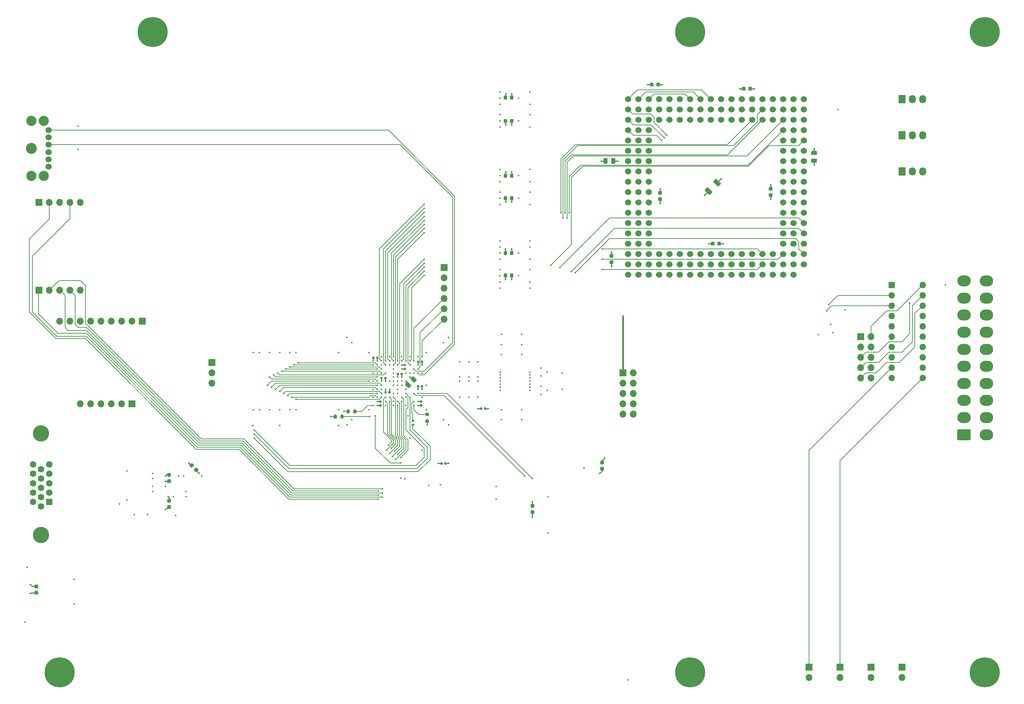
<source format=gbl>
G04 #@! TF.GenerationSoftware,KiCad,Pcbnew,5.1.9*
G04 #@! TF.CreationDate,2020-12-27T07:37:23+01:00*
G04 #@! TF.ProjectId,atx040-main-pcb,61747830-3430-42d6-9d61-696e2d706362,rev?*
G04 #@! TF.SameCoordinates,Original*
G04 #@! TF.FileFunction,Copper,L4,Bot*
G04 #@! TF.FilePolarity,Positive*
%FSLAX46Y46*%
G04 Gerber Fmt 4.6, Leading zero omitted, Abs format (unit mm)*
G04 Created by KiCad (PCBNEW 5.1.9) date 2020-12-27 07:37:23*
%MOMM*%
%LPD*%
G01*
G04 APERTURE LIST*
G04 #@! TA.AperFunction,ComponentPad*
%ADD10O,1.700000X1.700000*%
G04 #@! TD*
G04 #@! TA.AperFunction,ComponentPad*
%ADD11R,1.700000X1.700000*%
G04 #@! TD*
G04 #@! TA.AperFunction,ComponentPad*
%ADD12O,1.730000X2.030000*%
G04 #@! TD*
G04 #@! TA.AperFunction,ComponentPad*
%ADD13R,1.730000X2.030000*%
G04 #@! TD*
G04 #@! TA.AperFunction,ComponentPad*
%ADD14C,2.700000*%
G04 #@! TD*
G04 #@! TA.AperFunction,ComponentPad*
%ADD15C,2.500000*%
G04 #@! TD*
G04 #@! TA.AperFunction,ComponentPad*
%ADD16C,1.524000*%
G04 #@! TD*
G04 #@! TA.AperFunction,ComponentPad*
%ADD17O,1.600000X1.600000*%
G04 #@! TD*
G04 #@! TA.AperFunction,ComponentPad*
%ADD18R,1.600000X1.600000*%
G04 #@! TD*
G04 #@! TA.AperFunction,ComponentPad*
%ADD19C,4.000000*%
G04 #@! TD*
G04 #@! TA.AperFunction,ComponentPad*
%ADD20C,1.600000*%
G04 #@! TD*
G04 #@! TA.AperFunction,ComponentPad*
%ADD21O,3.300000X2.700000*%
G04 #@! TD*
G04 #@! TA.AperFunction,ComponentPad*
%ADD22C,0.800000*%
G04 #@! TD*
G04 #@! TA.AperFunction,ComponentPad*
%ADD23C,7.400000*%
G04 #@! TD*
G04 #@! TA.AperFunction,ViaPad*
%ADD24C,0.450000*%
G04 #@! TD*
G04 #@! TA.AperFunction,Conductor*
%ADD25C,0.254000*%
G04 #@! TD*
G04 #@! TA.AperFunction,Conductor*
%ADD26C,0.400000*%
G04 #@! TD*
G04 #@! TA.AperFunction,Conductor*
%ADD27C,0.127000*%
G04 #@! TD*
G04 #@! TA.AperFunction,Conductor*
%ADD28C,0.146800*%
G04 #@! TD*
G04 APERTURE END LIST*
D10*
X241300000Y-123190000D03*
X238760000Y-123190000D03*
X241300000Y-120650000D03*
X238760000Y-120650000D03*
X241300000Y-118110000D03*
X238760000Y-118110000D03*
X241300000Y-115570000D03*
X238760000Y-115570000D03*
X241300000Y-113030000D03*
D11*
X238760000Y-113030000D03*
D10*
X241300000Y-196850000D03*
D11*
X241300000Y-194310000D03*
D10*
X233680000Y-196850000D03*
D11*
X233680000Y-194310000D03*
D10*
X248920000Y-196850000D03*
D11*
X248920000Y-194310000D03*
D10*
X226060000Y-196850000D03*
D11*
X226060000Y-194310000D03*
G04 #@! TA.AperFunction,SMDPad,CuDef*
G36*
G01*
X175510000Y-144455000D02*
X175010000Y-144455000D01*
G75*
G02*
X174785000Y-144230000I0J225000D01*
G01*
X174785000Y-143780000D01*
G75*
G02*
X175010000Y-143555000I225000J0D01*
G01*
X175510000Y-143555000D01*
G75*
G02*
X175735000Y-143780000I0J-225000D01*
G01*
X175735000Y-144230000D01*
G75*
G02*
X175510000Y-144455000I-225000J0D01*
G01*
G37*
G04 #@! TD.AperFunction*
G04 #@! TA.AperFunction,SMDPad,CuDef*
G36*
G01*
X175510000Y-146005000D02*
X175010000Y-146005000D01*
G75*
G02*
X174785000Y-145780000I0J225000D01*
G01*
X174785000Y-145330000D01*
G75*
G02*
X175010000Y-145105000I225000J0D01*
G01*
X175510000Y-145105000D01*
G75*
G02*
X175735000Y-145330000I0J-225000D01*
G01*
X175735000Y-145780000D01*
G75*
G02*
X175510000Y-146005000I-225000J0D01*
G01*
G37*
G04 #@! TD.AperFunction*
G04 #@! TA.AperFunction,SMDPad,CuDef*
G36*
G01*
X158365000Y-155110000D02*
X157865000Y-155110000D01*
G75*
G02*
X157640000Y-154885000I0J225000D01*
G01*
X157640000Y-154435000D01*
G75*
G02*
X157865000Y-154210000I225000J0D01*
G01*
X158365000Y-154210000D01*
G75*
G02*
X158590000Y-154435000I0J-225000D01*
G01*
X158590000Y-154885000D01*
G75*
G02*
X158365000Y-155110000I-225000J0D01*
G01*
G37*
G04 #@! TD.AperFunction*
G04 #@! TA.AperFunction,SMDPad,CuDef*
G36*
G01*
X158365000Y-156660000D02*
X157865000Y-156660000D01*
G75*
G02*
X157640000Y-156435000I0J225000D01*
G01*
X157640000Y-155985000D01*
G75*
G02*
X157865000Y-155760000I225000J0D01*
G01*
X158365000Y-155760000D01*
G75*
G02*
X158590000Y-155985000I0J-225000D01*
G01*
X158590000Y-156435000D01*
G75*
G02*
X158365000Y-156660000I-225000J0D01*
G01*
G37*
G04 #@! TD.AperFunction*
G04 #@! TA.AperFunction,SMDPad,CuDef*
G36*
G01*
X36445000Y-174935000D02*
X35945000Y-174935000D01*
G75*
G02*
X35720000Y-174710000I0J225000D01*
G01*
X35720000Y-174260000D01*
G75*
G02*
X35945000Y-174035000I225000J0D01*
G01*
X36445000Y-174035000D01*
G75*
G02*
X36670000Y-174260000I0J-225000D01*
G01*
X36670000Y-174710000D01*
G75*
G02*
X36445000Y-174935000I-225000J0D01*
G01*
G37*
G04 #@! TD.AperFunction*
G04 #@! TA.AperFunction,SMDPad,CuDef*
G36*
G01*
X36445000Y-176485000D02*
X35945000Y-176485000D01*
G75*
G02*
X35720000Y-176260000I0J225000D01*
G01*
X35720000Y-175810000D01*
G75*
G02*
X35945000Y-175585000I225000J0D01*
G01*
X36445000Y-175585000D01*
G75*
G02*
X36670000Y-175810000I0J-225000D01*
G01*
X36670000Y-176260000D01*
G75*
G02*
X36445000Y-176485000I-225000J0D01*
G01*
G37*
G04 #@! TD.AperFunction*
D10*
X182880000Y-132080000D03*
X180340000Y-132080000D03*
X182880000Y-129540000D03*
X180340000Y-129540000D03*
X182880000Y-127000000D03*
X180340000Y-127000000D03*
X182880000Y-124460000D03*
X180340000Y-124460000D03*
X182880000Y-121920000D03*
D11*
X180340000Y-121920000D03*
D12*
X254000000Y-72390000D03*
X251460000Y-72390000D03*
D13*
X248920000Y-72390000D03*
D12*
X254000000Y-63500000D03*
X251460000Y-63500000D03*
D13*
X248920000Y-63500000D03*
D12*
X254000000Y-54610000D03*
X251460000Y-54610000D03*
D13*
X248920000Y-54610000D03*
D14*
X35000000Y-66750000D03*
D15*
X35000000Y-59950000D03*
X35000000Y-73550000D03*
X38000000Y-73550000D03*
X38000000Y-59950000D03*
D16*
X39200000Y-71250000D03*
X39200000Y-69450000D03*
X39200000Y-62250000D03*
X39200000Y-64050000D03*
X39200000Y-67650000D03*
X39200000Y-65850000D03*
D10*
X46990000Y-80010000D03*
X44450000Y-80010000D03*
X41910000Y-80010000D03*
X39370000Y-80010000D03*
D11*
X36830000Y-80010000D03*
D10*
X46990000Y-101600000D03*
X44450000Y-101600000D03*
X41910000Y-101600000D03*
X39370000Y-101600000D03*
D11*
X36830000Y-101600000D03*
D10*
X41910000Y-109220000D03*
X44450000Y-109220000D03*
X46990000Y-109220000D03*
X49530000Y-109220000D03*
X52070000Y-109220000D03*
X54610000Y-109220000D03*
X57150000Y-109220000D03*
X59690000Y-109220000D03*
D11*
X62230000Y-109220000D03*
D10*
X46990000Y-129540000D03*
X49530000Y-129540000D03*
X52070000Y-129540000D03*
X54610000Y-129540000D03*
X57150000Y-129540000D03*
D11*
X59690000Y-129540000D03*
G04 #@! TA.AperFunction,SMDPad,CuDef*
G36*
G01*
X128935000Y-134010000D02*
X128565000Y-134010000D01*
G75*
G02*
X128430000Y-133875000I0J135000D01*
G01*
X128430000Y-133605000D01*
G75*
G02*
X128565000Y-133470000I135000J0D01*
G01*
X128935000Y-133470000D01*
G75*
G02*
X129070000Y-133605000I0J-135000D01*
G01*
X129070000Y-133875000D01*
G75*
G02*
X128935000Y-134010000I-135000J0D01*
G01*
G37*
G04 #@! TD.AperFunction*
G04 #@! TA.AperFunction,SMDPad,CuDef*
G36*
G01*
X128935000Y-135030000D02*
X128565000Y-135030000D01*
G75*
G02*
X128430000Y-134895000I0J135000D01*
G01*
X128430000Y-134625000D01*
G75*
G02*
X128565000Y-134490000I135000J0D01*
G01*
X128935000Y-134490000D01*
G75*
G02*
X129070000Y-134625000I0J-135000D01*
G01*
X129070000Y-134895000D01*
G75*
G02*
X128935000Y-135030000I-135000J0D01*
G01*
G37*
G04 #@! TD.AperFunction*
G04 #@! TA.AperFunction,SMDPad,CuDef*
G36*
G01*
X227805000Y-68384000D02*
X226855000Y-68384000D01*
G75*
G02*
X226605000Y-68134000I0J250000D01*
G01*
X226605000Y-67634000D01*
G75*
G02*
X226855000Y-67384000I250000J0D01*
G01*
X227805000Y-67384000D01*
G75*
G02*
X228055000Y-67634000I0J-250000D01*
G01*
X228055000Y-68134000D01*
G75*
G02*
X227805000Y-68384000I-250000J0D01*
G01*
G37*
G04 #@! TD.AperFunction*
G04 #@! TA.AperFunction,SMDPad,CuDef*
G36*
G01*
X227805000Y-70284000D02*
X226855000Y-70284000D01*
G75*
G02*
X226605000Y-70034000I0J250000D01*
G01*
X226605000Y-69534000D01*
G75*
G02*
X226855000Y-69284000I250000J0D01*
G01*
X227805000Y-69284000D01*
G75*
G02*
X228055000Y-69534000I0J-250000D01*
G01*
X228055000Y-70034000D01*
G75*
G02*
X227805000Y-70284000I-250000J0D01*
G01*
G37*
G04 #@! TD.AperFunction*
G04 #@! TA.AperFunction,SMDPad,CuDef*
G36*
G01*
X177488000Y-70325000D02*
X177488000Y-69375000D01*
G75*
G02*
X177738000Y-69125000I250000J0D01*
G01*
X178238000Y-69125000D01*
G75*
G02*
X178488000Y-69375000I0J-250000D01*
G01*
X178488000Y-70325000D01*
G75*
G02*
X178238000Y-70575000I-250000J0D01*
G01*
X177738000Y-70575000D01*
G75*
G02*
X177488000Y-70325000I0J250000D01*
G01*
G37*
G04 #@! TD.AperFunction*
G04 #@! TA.AperFunction,SMDPad,CuDef*
G36*
G01*
X175588000Y-70325000D02*
X175588000Y-69375000D01*
G75*
G02*
X175838000Y-69125000I250000J0D01*
G01*
X176338000Y-69125000D01*
G75*
G02*
X176588000Y-69375000I0J-250000D01*
G01*
X176588000Y-70325000D01*
G75*
G02*
X176338000Y-70575000I-250000J0D01*
G01*
X175838000Y-70575000D01*
G75*
G02*
X175588000Y-70325000I0J250000D01*
G01*
G37*
G04 #@! TD.AperFunction*
G04 #@! TA.AperFunction,SMDPad,CuDef*
G36*
G01*
X201341983Y-76376776D02*
X202261224Y-77296017D01*
G75*
G02*
X202261224Y-77649569I-176776J-176776D01*
G01*
X201801603Y-78109190D01*
G75*
G02*
X201448051Y-78109190I-176776J176776D01*
G01*
X200528810Y-77189949D01*
G75*
G02*
X200528810Y-76836397I176776J176776D01*
G01*
X200988431Y-76376776D01*
G75*
G02*
X201341983Y-76376776I176776J-176776D01*
G01*
G37*
G04 #@! TD.AperFunction*
G04 #@! TA.AperFunction,SMDPad,CuDef*
G36*
G01*
X203427949Y-74290810D02*
X204347190Y-75210051D01*
G75*
G02*
X204347190Y-75563603I-176776J-176776D01*
G01*
X203887569Y-76023224D01*
G75*
G02*
X203534017Y-76023224I-176776J176776D01*
G01*
X202614776Y-75103983D01*
G75*
G02*
X202614776Y-74750431I176776J176776D01*
G01*
X203074397Y-74290810D01*
G75*
G02*
X203427949Y-74290810I176776J-176776D01*
G01*
G37*
G04 #@! TD.AperFunction*
G04 #@! TA.AperFunction,SMDPad,CuDef*
G36*
G01*
X177796000Y-93655000D02*
X177296000Y-93655000D01*
G75*
G02*
X177071000Y-93430000I0J225000D01*
G01*
X177071000Y-92980000D01*
G75*
G02*
X177296000Y-92755000I225000J0D01*
G01*
X177796000Y-92755000D01*
G75*
G02*
X178021000Y-92980000I0J-225000D01*
G01*
X178021000Y-93430000D01*
G75*
G02*
X177796000Y-93655000I-225000J0D01*
G01*
G37*
G04 #@! TD.AperFunction*
G04 #@! TA.AperFunction,SMDPad,CuDef*
G36*
G01*
X177796000Y-95205000D02*
X177296000Y-95205000D01*
G75*
G02*
X177071000Y-94980000I0J225000D01*
G01*
X177071000Y-94530000D01*
G75*
G02*
X177296000Y-94305000I225000J0D01*
G01*
X177796000Y-94305000D01*
G75*
G02*
X178021000Y-94530000I0J-225000D01*
G01*
X178021000Y-94980000D01*
G75*
G02*
X177796000Y-95205000I-225000J0D01*
G01*
G37*
G04 #@! TD.AperFunction*
G04 #@! TA.AperFunction,SMDPad,CuDef*
G36*
G01*
X203525000Y-90420000D02*
X203525000Y-89920000D01*
G75*
G02*
X203750000Y-89695000I225000J0D01*
G01*
X204200000Y-89695000D01*
G75*
G02*
X204425000Y-89920000I0J-225000D01*
G01*
X204425000Y-90420000D01*
G75*
G02*
X204200000Y-90645000I-225000J0D01*
G01*
X203750000Y-90645000D01*
G75*
G02*
X203525000Y-90420000I0J225000D01*
G01*
G37*
G04 #@! TD.AperFunction*
G04 #@! TA.AperFunction,SMDPad,CuDef*
G36*
G01*
X201975000Y-90420000D02*
X201975000Y-89920000D01*
G75*
G02*
X202200000Y-89695000I225000J0D01*
G01*
X202650000Y-89695000D01*
G75*
G02*
X202875000Y-89920000I0J-225000D01*
G01*
X202875000Y-90420000D01*
G75*
G02*
X202650000Y-90645000I-225000J0D01*
G01*
X202200000Y-90645000D01*
G75*
G02*
X201975000Y-90420000I0J225000D01*
G01*
G37*
G04 #@! TD.AperFunction*
G04 #@! TA.AperFunction,SMDPad,CuDef*
G36*
G01*
X189734000Y-78161000D02*
X189234000Y-78161000D01*
G75*
G02*
X189009000Y-77936000I0J225000D01*
G01*
X189009000Y-77486000D01*
G75*
G02*
X189234000Y-77261000I225000J0D01*
G01*
X189734000Y-77261000D01*
G75*
G02*
X189959000Y-77486000I0J-225000D01*
G01*
X189959000Y-77936000D01*
G75*
G02*
X189734000Y-78161000I-225000J0D01*
G01*
G37*
G04 #@! TD.AperFunction*
G04 #@! TA.AperFunction,SMDPad,CuDef*
G36*
G01*
X189734000Y-79711000D02*
X189234000Y-79711000D01*
G75*
G02*
X189009000Y-79486000I0J225000D01*
G01*
X189009000Y-79036000D01*
G75*
G02*
X189234000Y-78811000I225000J0D01*
G01*
X189734000Y-78811000D01*
G75*
G02*
X189959000Y-79036000I0J-225000D01*
G01*
X189959000Y-79486000D01*
G75*
G02*
X189734000Y-79711000I-225000J0D01*
G01*
G37*
G04 #@! TD.AperFunction*
G04 #@! TA.AperFunction,SMDPad,CuDef*
G36*
G01*
X188539000Y-51304000D02*
X188539000Y-50804000D01*
G75*
G02*
X188764000Y-50579000I225000J0D01*
G01*
X189214000Y-50579000D01*
G75*
G02*
X189439000Y-50804000I0J-225000D01*
G01*
X189439000Y-51304000D01*
G75*
G02*
X189214000Y-51529000I-225000J0D01*
G01*
X188764000Y-51529000D01*
G75*
G02*
X188539000Y-51304000I0J225000D01*
G01*
G37*
G04 #@! TD.AperFunction*
G04 #@! TA.AperFunction,SMDPad,CuDef*
G36*
G01*
X186989000Y-51304000D02*
X186989000Y-50804000D01*
G75*
G02*
X187214000Y-50579000I225000J0D01*
G01*
X187664000Y-50579000D01*
G75*
G02*
X187889000Y-50804000I0J-225000D01*
G01*
X187889000Y-51304000D01*
G75*
G02*
X187664000Y-51529000I-225000J0D01*
G01*
X187214000Y-51529000D01*
G75*
G02*
X186989000Y-51304000I0J225000D01*
G01*
G37*
G04 #@! TD.AperFunction*
G04 #@! TA.AperFunction,SMDPad,CuDef*
G36*
G01*
X211145000Y-52320000D02*
X211145000Y-51820000D01*
G75*
G02*
X211370000Y-51595000I225000J0D01*
G01*
X211820000Y-51595000D01*
G75*
G02*
X212045000Y-51820000I0J-225000D01*
G01*
X212045000Y-52320000D01*
G75*
G02*
X211820000Y-52545000I-225000J0D01*
G01*
X211370000Y-52545000D01*
G75*
G02*
X211145000Y-52320000I0J225000D01*
G01*
G37*
G04 #@! TD.AperFunction*
G04 #@! TA.AperFunction,SMDPad,CuDef*
G36*
G01*
X209595000Y-52320000D02*
X209595000Y-51820000D01*
G75*
G02*
X209820000Y-51595000I225000J0D01*
G01*
X210270000Y-51595000D01*
G75*
G02*
X210495000Y-51820000I0J-225000D01*
G01*
X210495000Y-52320000D01*
G75*
G02*
X210270000Y-52545000I-225000J0D01*
G01*
X209820000Y-52545000D01*
G75*
G02*
X209595000Y-52320000I0J225000D01*
G01*
G37*
G04 #@! TD.AperFunction*
G04 #@! TA.AperFunction,SMDPad,CuDef*
G36*
G01*
X216912000Y-77145000D02*
X216412000Y-77145000D01*
G75*
G02*
X216187000Y-76920000I0J225000D01*
G01*
X216187000Y-76470000D01*
G75*
G02*
X216412000Y-76245000I225000J0D01*
G01*
X216912000Y-76245000D01*
G75*
G02*
X217137000Y-76470000I0J-225000D01*
G01*
X217137000Y-76920000D01*
G75*
G02*
X216912000Y-77145000I-225000J0D01*
G01*
G37*
G04 #@! TD.AperFunction*
G04 #@! TA.AperFunction,SMDPad,CuDef*
G36*
G01*
X216912000Y-78695000D02*
X216412000Y-78695000D01*
G75*
G02*
X216187000Y-78470000I0J225000D01*
G01*
X216187000Y-78020000D01*
G75*
G02*
X216412000Y-77795000I225000J0D01*
G01*
X216912000Y-77795000D01*
G75*
G02*
X217137000Y-78020000I0J-225000D01*
G01*
X217137000Y-78470000D01*
G75*
G02*
X216912000Y-78695000I-225000J0D01*
G01*
G37*
G04 #@! TD.AperFunction*
G04 #@! TA.AperFunction,SMDPad,CuDef*
G36*
G01*
X152575000Y-54500000D02*
X152575000Y-54000000D01*
G75*
G02*
X152800000Y-53775000I225000J0D01*
G01*
X153250000Y-53775000D01*
G75*
G02*
X153475000Y-54000000I0J-225000D01*
G01*
X153475000Y-54500000D01*
G75*
G02*
X153250000Y-54725000I-225000J0D01*
G01*
X152800000Y-54725000D01*
G75*
G02*
X152575000Y-54500000I0J225000D01*
G01*
G37*
G04 #@! TD.AperFunction*
G04 #@! TA.AperFunction,SMDPad,CuDef*
G36*
G01*
X151025000Y-54500000D02*
X151025000Y-54000000D01*
G75*
G02*
X151250000Y-53775000I225000J0D01*
G01*
X151700000Y-53775000D01*
G75*
G02*
X151925000Y-54000000I0J-225000D01*
G01*
X151925000Y-54500000D01*
G75*
G02*
X151700000Y-54725000I-225000J0D01*
G01*
X151250000Y-54725000D01*
G75*
G02*
X151025000Y-54500000I0J225000D01*
G01*
G37*
G04 #@! TD.AperFunction*
G04 #@! TA.AperFunction,SMDPad,CuDef*
G36*
G01*
X152575000Y-60250000D02*
X152575000Y-59750000D01*
G75*
G02*
X152800000Y-59525000I225000J0D01*
G01*
X153250000Y-59525000D01*
G75*
G02*
X153475000Y-59750000I0J-225000D01*
G01*
X153475000Y-60250000D01*
G75*
G02*
X153250000Y-60475000I-225000J0D01*
G01*
X152800000Y-60475000D01*
G75*
G02*
X152575000Y-60250000I0J225000D01*
G01*
G37*
G04 #@! TD.AperFunction*
G04 #@! TA.AperFunction,SMDPad,CuDef*
G36*
G01*
X151025000Y-60250000D02*
X151025000Y-59750000D01*
G75*
G02*
X151250000Y-59525000I225000J0D01*
G01*
X151700000Y-59525000D01*
G75*
G02*
X151925000Y-59750000I0J-225000D01*
G01*
X151925000Y-60250000D01*
G75*
G02*
X151700000Y-60475000I-225000J0D01*
G01*
X151250000Y-60475000D01*
G75*
G02*
X151025000Y-60250000I0J225000D01*
G01*
G37*
G04 #@! TD.AperFunction*
G04 #@! TA.AperFunction,SMDPad,CuDef*
G36*
G01*
X152575000Y-73750000D02*
X152575000Y-73250000D01*
G75*
G02*
X152800000Y-73025000I225000J0D01*
G01*
X153250000Y-73025000D01*
G75*
G02*
X153475000Y-73250000I0J-225000D01*
G01*
X153475000Y-73750000D01*
G75*
G02*
X153250000Y-73975000I-225000J0D01*
G01*
X152800000Y-73975000D01*
G75*
G02*
X152575000Y-73750000I0J225000D01*
G01*
G37*
G04 #@! TD.AperFunction*
G04 #@! TA.AperFunction,SMDPad,CuDef*
G36*
G01*
X151025000Y-73750000D02*
X151025000Y-73250000D01*
G75*
G02*
X151250000Y-73025000I225000J0D01*
G01*
X151700000Y-73025000D01*
G75*
G02*
X151925000Y-73250000I0J-225000D01*
G01*
X151925000Y-73750000D01*
G75*
G02*
X151700000Y-73975000I-225000J0D01*
G01*
X151250000Y-73975000D01*
G75*
G02*
X151025000Y-73750000I0J225000D01*
G01*
G37*
G04 #@! TD.AperFunction*
G04 #@! TA.AperFunction,SMDPad,CuDef*
G36*
G01*
X152575000Y-79250000D02*
X152575000Y-78750000D01*
G75*
G02*
X152800000Y-78525000I225000J0D01*
G01*
X153250000Y-78525000D01*
G75*
G02*
X153475000Y-78750000I0J-225000D01*
G01*
X153475000Y-79250000D01*
G75*
G02*
X153250000Y-79475000I-225000J0D01*
G01*
X152800000Y-79475000D01*
G75*
G02*
X152575000Y-79250000I0J225000D01*
G01*
G37*
G04 #@! TD.AperFunction*
G04 #@! TA.AperFunction,SMDPad,CuDef*
G36*
G01*
X151025000Y-79250000D02*
X151025000Y-78750000D01*
G75*
G02*
X151250000Y-78525000I225000J0D01*
G01*
X151700000Y-78525000D01*
G75*
G02*
X151925000Y-78750000I0J-225000D01*
G01*
X151925000Y-79250000D01*
G75*
G02*
X151700000Y-79475000I-225000J0D01*
G01*
X151250000Y-79475000D01*
G75*
G02*
X151025000Y-79250000I0J225000D01*
G01*
G37*
G04 #@! TD.AperFunction*
G04 #@! TA.AperFunction,SMDPad,CuDef*
G36*
G01*
X152575000Y-98250000D02*
X152575000Y-97750000D01*
G75*
G02*
X152800000Y-97525000I225000J0D01*
G01*
X153250000Y-97525000D01*
G75*
G02*
X153475000Y-97750000I0J-225000D01*
G01*
X153475000Y-98250000D01*
G75*
G02*
X153250000Y-98475000I-225000J0D01*
G01*
X152800000Y-98475000D01*
G75*
G02*
X152575000Y-98250000I0J225000D01*
G01*
G37*
G04 #@! TD.AperFunction*
G04 #@! TA.AperFunction,SMDPad,CuDef*
G36*
G01*
X151025000Y-98250000D02*
X151025000Y-97750000D01*
G75*
G02*
X151250000Y-97525000I225000J0D01*
G01*
X151700000Y-97525000D01*
G75*
G02*
X151925000Y-97750000I0J-225000D01*
G01*
X151925000Y-98250000D01*
G75*
G02*
X151700000Y-98475000I-225000J0D01*
G01*
X151250000Y-98475000D01*
G75*
G02*
X151025000Y-98250000I0J225000D01*
G01*
G37*
G04 #@! TD.AperFunction*
G04 #@! TA.AperFunction,SMDPad,CuDef*
G36*
G01*
X152575000Y-92750000D02*
X152575000Y-92250000D01*
G75*
G02*
X152800000Y-92025000I225000J0D01*
G01*
X153250000Y-92025000D01*
G75*
G02*
X153475000Y-92250000I0J-225000D01*
G01*
X153475000Y-92750000D01*
G75*
G02*
X153250000Y-92975000I-225000J0D01*
G01*
X152800000Y-92975000D01*
G75*
G02*
X152575000Y-92750000I0J225000D01*
G01*
G37*
G04 #@! TD.AperFunction*
G04 #@! TA.AperFunction,SMDPad,CuDef*
G36*
G01*
X151025000Y-92750000D02*
X151025000Y-92250000D01*
G75*
G02*
X151250000Y-92025000I225000J0D01*
G01*
X151700000Y-92025000D01*
G75*
G02*
X151925000Y-92250000I0J-225000D01*
G01*
X151925000Y-92750000D01*
G75*
G02*
X151700000Y-92975000I-225000J0D01*
G01*
X151250000Y-92975000D01*
G75*
G02*
X151025000Y-92750000I0J225000D01*
G01*
G37*
G04 #@! TD.AperFunction*
G04 #@! TA.AperFunction,SMDPad,CuDef*
G36*
G01*
X69084000Y-147503000D02*
X68584000Y-147503000D01*
G75*
G02*
X68359000Y-147278000I0J225000D01*
G01*
X68359000Y-146828000D01*
G75*
G02*
X68584000Y-146603000I225000J0D01*
G01*
X69084000Y-146603000D01*
G75*
G02*
X69309000Y-146828000I0J-225000D01*
G01*
X69309000Y-147278000D01*
G75*
G02*
X69084000Y-147503000I-225000J0D01*
G01*
G37*
G04 #@! TD.AperFunction*
G04 #@! TA.AperFunction,SMDPad,CuDef*
G36*
G01*
X69084000Y-149053000D02*
X68584000Y-149053000D01*
G75*
G02*
X68359000Y-148828000I0J225000D01*
G01*
X68359000Y-148378000D01*
G75*
G02*
X68584000Y-148153000I225000J0D01*
G01*
X69084000Y-148153000D01*
G75*
G02*
X69309000Y-148378000I0J-225000D01*
G01*
X69309000Y-148828000D01*
G75*
G02*
X69084000Y-149053000I-225000J0D01*
G01*
G37*
G04 #@! TD.AperFunction*
G04 #@! TA.AperFunction,SMDPad,CuDef*
G36*
G01*
X69084000Y-153853000D02*
X68584000Y-153853000D01*
G75*
G02*
X68359000Y-153628000I0J225000D01*
G01*
X68359000Y-153178000D01*
G75*
G02*
X68584000Y-152953000I225000J0D01*
G01*
X69084000Y-152953000D01*
G75*
G02*
X69309000Y-153178000I0J-225000D01*
G01*
X69309000Y-153628000D01*
G75*
G02*
X69084000Y-153853000I-225000J0D01*
G01*
G37*
G04 #@! TD.AperFunction*
G04 #@! TA.AperFunction,SMDPad,CuDef*
G36*
G01*
X69084000Y-155403000D02*
X68584000Y-155403000D01*
G75*
G02*
X68359000Y-155178000I0J225000D01*
G01*
X68359000Y-154728000D01*
G75*
G02*
X68584000Y-154503000I225000J0D01*
G01*
X69084000Y-154503000D01*
G75*
G02*
X69309000Y-154728000I0J-225000D01*
G01*
X69309000Y-155178000D01*
G75*
G02*
X69084000Y-155403000I-225000J0D01*
G01*
G37*
G04 #@! TD.AperFunction*
G04 #@! TA.AperFunction,SMDPad,CuDef*
G36*
G01*
X74983033Y-145694587D02*
X75336587Y-145341033D01*
G75*
G02*
X75654785Y-145341033I159099J-159099D01*
G01*
X75972983Y-145659231D01*
G75*
G02*
X75972983Y-145977429I-159099J-159099D01*
G01*
X75619429Y-146330983D01*
G75*
G02*
X75301231Y-146330983I-159099J159099D01*
G01*
X74983033Y-146012785D01*
G75*
G02*
X74983033Y-145694587I159099J159099D01*
G01*
G37*
G04 #@! TD.AperFunction*
G04 #@! TA.AperFunction,SMDPad,CuDef*
G36*
G01*
X73887017Y-144598571D02*
X74240571Y-144245017D01*
G75*
G02*
X74558769Y-144245017I159099J-159099D01*
G01*
X74876967Y-144563215D01*
G75*
G02*
X74876967Y-144881413I-159099J-159099D01*
G01*
X74523413Y-145234967D01*
G75*
G02*
X74205215Y-145234967I-159099J159099D01*
G01*
X73887017Y-144916769D01*
G75*
G02*
X73887017Y-144598571I159099J159099D01*
G01*
G37*
G04 #@! TD.AperFunction*
D17*
X254000000Y-100330000D03*
X246380000Y-123190000D03*
X254000000Y-102870000D03*
X246380000Y-120650000D03*
X254000000Y-105410000D03*
X246380000Y-118110000D03*
X254000000Y-107950000D03*
X246380000Y-115570000D03*
X254000000Y-110490000D03*
X246380000Y-113030000D03*
X254000000Y-113030000D03*
X246380000Y-110490000D03*
X254000000Y-115570000D03*
X246380000Y-107950000D03*
X254000000Y-118110000D03*
X246380000Y-105410000D03*
X254000000Y-120650000D03*
X246380000Y-102870000D03*
X254000000Y-123190000D03*
D18*
X246380000Y-100330000D03*
G04 #@! TA.AperFunction,SMDPad,CuDef*
G36*
G01*
X145800000Y-130580000D02*
X145800000Y-130920000D01*
G75*
G02*
X145660000Y-131060000I-140000J0D01*
G01*
X145380000Y-131060000D01*
G75*
G02*
X145240000Y-130920000I0J140000D01*
G01*
X145240000Y-130580000D01*
G75*
G02*
X145380000Y-130440000I140000J0D01*
G01*
X145660000Y-130440000D01*
G75*
G02*
X145800000Y-130580000I0J-140000D01*
G01*
G37*
G04 #@! TD.AperFunction*
G04 #@! TA.AperFunction,SMDPad,CuDef*
G36*
G01*
X146760000Y-130580000D02*
X146760000Y-130920000D01*
G75*
G02*
X146620000Y-131060000I-140000J0D01*
G01*
X146340000Y-131060000D01*
G75*
G02*
X146200000Y-130920000I0J140000D01*
G01*
X146200000Y-130580000D01*
G75*
G02*
X146340000Y-130440000I140000J0D01*
G01*
X146620000Y-130440000D01*
G75*
G02*
X146760000Y-130580000I0J-140000D01*
G01*
G37*
G04 #@! TD.AperFunction*
G04 #@! TA.AperFunction,SMDPad,CuDef*
G36*
G01*
X136450000Y-144420000D02*
X136450000Y-144080000D01*
G75*
G02*
X136590000Y-143940000I140000J0D01*
G01*
X136870000Y-143940000D01*
G75*
G02*
X137010000Y-144080000I0J-140000D01*
G01*
X137010000Y-144420000D01*
G75*
G02*
X136870000Y-144560000I-140000J0D01*
G01*
X136590000Y-144560000D01*
G75*
G02*
X136450000Y-144420000I0J140000D01*
G01*
G37*
G04 #@! TD.AperFunction*
G04 #@! TA.AperFunction,SMDPad,CuDef*
G36*
G01*
X135490000Y-144420000D02*
X135490000Y-144080000D01*
G75*
G02*
X135630000Y-143940000I140000J0D01*
G01*
X135910000Y-143940000D01*
G75*
G02*
X136050000Y-144080000I0J-140000D01*
G01*
X136050000Y-144420000D01*
G75*
G02*
X135910000Y-144560000I-140000J0D01*
G01*
X135630000Y-144560000D01*
G75*
G02*
X135490000Y-144420000I0J140000D01*
G01*
G37*
G04 #@! TD.AperFunction*
D19*
X37320000Y-161855000D03*
X37320000Y-136855000D03*
D20*
X35410000Y-144510000D03*
X35410000Y-146800000D03*
X35410000Y-149090000D03*
X35410000Y-151380000D03*
X35410000Y-153670000D03*
X37390000Y-145655000D03*
X37390000Y-147945000D03*
X37390000Y-150235000D03*
X37390000Y-152525000D03*
X37390000Y-154815000D03*
X39370000Y-144510000D03*
X39370000Y-146800000D03*
X39370000Y-149090000D03*
X39370000Y-151380000D03*
D18*
X39370000Y-153670000D03*
D10*
X79375000Y-124460000D03*
X79375000Y-121920000D03*
D11*
X79375000Y-119380000D03*
G04 #@! TA.AperFunction,SMDPad,CuDef*
G36*
G01*
X122700000Y-126920000D02*
X122700000Y-126580000D01*
G75*
G02*
X122840000Y-126440000I140000J0D01*
G01*
X123120000Y-126440000D01*
G75*
G02*
X123260000Y-126580000I0J-140000D01*
G01*
X123260000Y-126920000D01*
G75*
G02*
X123120000Y-127060000I-140000J0D01*
G01*
X122840000Y-127060000D01*
G75*
G02*
X122700000Y-126920000I0J140000D01*
G01*
G37*
G04 #@! TD.AperFunction*
G04 #@! TA.AperFunction,SMDPad,CuDef*
G36*
G01*
X121740000Y-126920000D02*
X121740000Y-126580000D01*
G75*
G02*
X121880000Y-126440000I140000J0D01*
G01*
X122160000Y-126440000D01*
G75*
G02*
X122300000Y-126580000I0J-140000D01*
G01*
X122300000Y-126920000D01*
G75*
G02*
X122160000Y-127060000I-140000J0D01*
G01*
X121880000Y-127060000D01*
G75*
G02*
X121740000Y-126920000I0J140000D01*
G01*
G37*
G04 #@! TD.AperFunction*
G04 #@! TA.AperFunction,SMDPad,CuDef*
G36*
G01*
X121700000Y-123420000D02*
X121700000Y-123080000D01*
G75*
G02*
X121840000Y-122940000I140000J0D01*
G01*
X122120000Y-122940000D01*
G75*
G02*
X122260000Y-123080000I0J-140000D01*
G01*
X122260000Y-123420000D01*
G75*
G02*
X122120000Y-123560000I-140000J0D01*
G01*
X121840000Y-123560000D01*
G75*
G02*
X121700000Y-123420000I0J140000D01*
G01*
G37*
G04 #@! TD.AperFunction*
G04 #@! TA.AperFunction,SMDPad,CuDef*
G36*
G01*
X120740000Y-123420000D02*
X120740000Y-123080000D01*
G75*
G02*
X120880000Y-122940000I140000J0D01*
G01*
X121160000Y-122940000D01*
G75*
G02*
X121300000Y-123080000I0J-140000D01*
G01*
X121300000Y-123420000D01*
G75*
G02*
X121160000Y-123560000I-140000J0D01*
G01*
X120880000Y-123560000D01*
G75*
G02*
X120740000Y-123420000I0J140000D01*
G01*
G37*
G04 #@! TD.AperFunction*
G04 #@! TA.AperFunction,SMDPad,CuDef*
G36*
G01*
X119700000Y-118420000D02*
X119700000Y-118080000D01*
G75*
G02*
X119840000Y-117940000I140000J0D01*
G01*
X120120000Y-117940000D01*
G75*
G02*
X120260000Y-118080000I0J-140000D01*
G01*
X120260000Y-118420000D01*
G75*
G02*
X120120000Y-118560000I-140000J0D01*
G01*
X119840000Y-118560000D01*
G75*
G02*
X119700000Y-118420000I0J140000D01*
G01*
G37*
G04 #@! TD.AperFunction*
G04 #@! TA.AperFunction,SMDPad,CuDef*
G36*
G01*
X118740000Y-118420000D02*
X118740000Y-118080000D01*
G75*
G02*
X118880000Y-117940000I140000J0D01*
G01*
X119160000Y-117940000D01*
G75*
G02*
X119300000Y-118080000I0J-140000D01*
G01*
X119300000Y-118420000D01*
G75*
G02*
X119160000Y-118560000I-140000J0D01*
G01*
X118880000Y-118560000D01*
G75*
G02*
X118740000Y-118420000I0J140000D01*
G01*
G37*
G04 #@! TD.AperFunction*
G04 #@! TA.AperFunction,SMDPad,CuDef*
G36*
G01*
X130700000Y-119420000D02*
X130700000Y-119080000D01*
G75*
G02*
X130840000Y-118940000I140000J0D01*
G01*
X131120000Y-118940000D01*
G75*
G02*
X131260000Y-119080000I0J-140000D01*
G01*
X131260000Y-119420000D01*
G75*
G02*
X131120000Y-119560000I-140000J0D01*
G01*
X130840000Y-119560000D01*
G75*
G02*
X130700000Y-119420000I0J140000D01*
G01*
G37*
G04 #@! TD.AperFunction*
G04 #@! TA.AperFunction,SMDPad,CuDef*
G36*
G01*
X129740000Y-119420000D02*
X129740000Y-119080000D01*
G75*
G02*
X129880000Y-118940000I140000J0D01*
G01*
X130160000Y-118940000D01*
G75*
G02*
X130300000Y-119080000I0J-140000D01*
G01*
X130300000Y-119420000D01*
G75*
G02*
X130160000Y-119560000I-140000J0D01*
G01*
X129880000Y-119560000D01*
G75*
G02*
X129740000Y-119420000I0J140000D01*
G01*
G37*
G04 #@! TD.AperFunction*
G04 #@! TA.AperFunction,SMDPad,CuDef*
G36*
G01*
X126920000Y-120300000D02*
X126580000Y-120300000D01*
G75*
G02*
X126440000Y-120160000I0J140000D01*
G01*
X126440000Y-119880000D01*
G75*
G02*
X126580000Y-119740000I140000J0D01*
G01*
X126920000Y-119740000D01*
G75*
G02*
X127060000Y-119880000I0J-140000D01*
G01*
X127060000Y-120160000D01*
G75*
G02*
X126920000Y-120300000I-140000J0D01*
G01*
G37*
G04 #@! TD.AperFunction*
G04 #@! TA.AperFunction,SMDPad,CuDef*
G36*
G01*
X126920000Y-121260000D02*
X126580000Y-121260000D01*
G75*
G02*
X126440000Y-121120000I0J140000D01*
G01*
X126440000Y-120840000D01*
G75*
G02*
X126580000Y-120700000I140000J0D01*
G01*
X126920000Y-120700000D01*
G75*
G02*
X127060000Y-120840000I0J-140000D01*
G01*
X127060000Y-121120000D01*
G75*
G02*
X126920000Y-121260000I-140000J0D01*
G01*
G37*
G04 #@! TD.AperFunction*
G04 #@! TA.AperFunction,SMDPad,CuDef*
G36*
G01*
X130920000Y-129300000D02*
X130580000Y-129300000D01*
G75*
G02*
X130440000Y-129160000I0J140000D01*
G01*
X130440000Y-128880000D01*
G75*
G02*
X130580000Y-128740000I140000J0D01*
G01*
X130920000Y-128740000D01*
G75*
G02*
X131060000Y-128880000I0J-140000D01*
G01*
X131060000Y-129160000D01*
G75*
G02*
X130920000Y-129300000I-140000J0D01*
G01*
G37*
G04 #@! TD.AperFunction*
G04 #@! TA.AperFunction,SMDPad,CuDef*
G36*
G01*
X130920000Y-130260000D02*
X130580000Y-130260000D01*
G75*
G02*
X130440000Y-130120000I0J140000D01*
G01*
X130440000Y-129840000D01*
G75*
G02*
X130580000Y-129700000I140000J0D01*
G01*
X130920000Y-129700000D01*
G75*
G02*
X131060000Y-129840000I0J-140000D01*
G01*
X131060000Y-130120000D01*
G75*
G02*
X130920000Y-130260000I-140000J0D01*
G01*
G37*
G04 #@! TD.AperFunction*
G04 #@! TA.AperFunction,SMDPad,CuDef*
G36*
G01*
X120920000Y-129300000D02*
X120580000Y-129300000D01*
G75*
G02*
X120440000Y-129160000I0J140000D01*
G01*
X120440000Y-128880000D01*
G75*
G02*
X120580000Y-128740000I140000J0D01*
G01*
X120920000Y-128740000D01*
G75*
G02*
X121060000Y-128880000I0J-140000D01*
G01*
X121060000Y-129160000D01*
G75*
G02*
X120920000Y-129300000I-140000J0D01*
G01*
G37*
G04 #@! TD.AperFunction*
G04 #@! TA.AperFunction,SMDPad,CuDef*
G36*
G01*
X120920000Y-130260000D02*
X120580000Y-130260000D01*
G75*
G02*
X120440000Y-130120000I0J140000D01*
G01*
X120440000Y-129840000D01*
G75*
G02*
X120580000Y-129700000I140000J0D01*
G01*
X120920000Y-129700000D01*
G75*
G02*
X121060000Y-129840000I0J-140000D01*
G01*
X121060000Y-130120000D01*
G75*
G02*
X120920000Y-130260000I-140000J0D01*
G01*
G37*
G04 #@! TD.AperFunction*
G04 #@! TA.AperFunction,SMDPad,CuDef*
G36*
G01*
X130700000Y-125420000D02*
X130700000Y-125080000D01*
G75*
G02*
X130840000Y-124940000I140000J0D01*
G01*
X131120000Y-124940000D01*
G75*
G02*
X131260000Y-125080000I0J-140000D01*
G01*
X131260000Y-125420000D01*
G75*
G02*
X131120000Y-125560000I-140000J0D01*
G01*
X130840000Y-125560000D01*
G75*
G02*
X130700000Y-125420000I0J140000D01*
G01*
G37*
G04 #@! TD.AperFunction*
G04 #@! TA.AperFunction,SMDPad,CuDef*
G36*
G01*
X129740000Y-125420000D02*
X129740000Y-125080000D01*
G75*
G02*
X129880000Y-124940000I140000J0D01*
G01*
X130160000Y-124940000D01*
G75*
G02*
X130300000Y-125080000I0J-140000D01*
G01*
X130300000Y-125420000D01*
G75*
G02*
X130160000Y-125560000I-140000J0D01*
G01*
X129880000Y-125560000D01*
G75*
G02*
X129740000Y-125420000I0J140000D01*
G01*
G37*
G04 #@! TD.AperFunction*
G04 #@! TA.AperFunction,SMDPad,CuDef*
G36*
G01*
X128904073Y-124267678D02*
X128232322Y-123595927D01*
G75*
G02*
X128232322Y-123242373I176777J176777D01*
G01*
X128585875Y-122888820D01*
G75*
G02*
X128939429Y-122888820I176777J-176777D01*
G01*
X129611180Y-123560571D01*
G75*
G02*
X129611180Y-123914125I-176777J-176777D01*
G01*
X129257627Y-124267678D01*
G75*
G02*
X128904073Y-124267678I-176777J176777D01*
G01*
G37*
G04 #@! TD.AperFunction*
G04 #@! TA.AperFunction,SMDPad,CuDef*
G36*
G01*
X127560571Y-125611180D02*
X126888820Y-124939429D01*
G75*
G02*
X126888820Y-124585875I176777J176777D01*
G01*
X127242373Y-124232322D01*
G75*
G02*
X127595927Y-124232322I176777J-176777D01*
G01*
X128267678Y-124904073D01*
G75*
G02*
X128267678Y-125257627I-176777J-176777D01*
G01*
X127914125Y-125611180D01*
G75*
G02*
X127560571Y-125611180I-176777J176777D01*
G01*
G37*
G04 #@! TD.AperFunction*
G04 #@! TA.AperFunction,SMDPad,CuDef*
G36*
G01*
X125700000Y-122420000D02*
X125700000Y-122080000D01*
G75*
G02*
X125840000Y-121940000I140000J0D01*
G01*
X126120000Y-121940000D01*
G75*
G02*
X126260000Y-122080000I0J-140000D01*
G01*
X126260000Y-122420000D01*
G75*
G02*
X126120000Y-122560000I-140000J0D01*
G01*
X125840000Y-122560000D01*
G75*
G02*
X125700000Y-122420000I0J140000D01*
G01*
G37*
G04 #@! TD.AperFunction*
G04 #@! TA.AperFunction,SMDPad,CuDef*
G36*
G01*
X124740000Y-122420000D02*
X124740000Y-122080000D01*
G75*
G02*
X124880000Y-121940000I140000J0D01*
G01*
X125160000Y-121940000D01*
G75*
G02*
X125300000Y-122080000I0J-140000D01*
G01*
X125300000Y-122420000D01*
G75*
G02*
X125160000Y-122560000I-140000J0D01*
G01*
X124880000Y-122560000D01*
G75*
G02*
X124740000Y-122420000I0J140000D01*
G01*
G37*
G04 #@! TD.AperFunction*
D10*
X136398000Y-108712000D03*
X136398000Y-106172000D03*
X136398000Y-103632000D03*
X136398000Y-101092000D03*
X136398000Y-98552000D03*
D11*
X136398000Y-96012000D03*
G04 #@! TA.AperFunction,SMDPad,CuDef*
G36*
G01*
X113240000Y-131170000D02*
X113240000Y-131720000D01*
G75*
G02*
X113040000Y-131920000I-200000J0D01*
G01*
X112640000Y-131920000D01*
G75*
G02*
X112440000Y-131720000I0J200000D01*
G01*
X112440000Y-131170000D01*
G75*
G02*
X112640000Y-130970000I200000J0D01*
G01*
X113040000Y-130970000D01*
G75*
G02*
X113240000Y-131170000I0J-200000D01*
G01*
G37*
G04 #@! TD.AperFunction*
G04 #@! TA.AperFunction,SMDPad,CuDef*
G36*
G01*
X114890000Y-131170000D02*
X114890000Y-131720000D01*
G75*
G02*
X114690000Y-131920000I-200000J0D01*
G01*
X114290000Y-131920000D01*
G75*
G02*
X114090000Y-131720000I0J200000D01*
G01*
X114090000Y-131170000D01*
G75*
G02*
X114290000Y-130970000I200000J0D01*
G01*
X114690000Y-130970000D01*
G75*
G02*
X114890000Y-131170000I0J-200000D01*
G01*
G37*
G04 #@! TD.AperFunction*
G04 #@! TA.AperFunction,SMDPad,CuDef*
G36*
G01*
X110065000Y-132440000D02*
X110065000Y-132990000D01*
G75*
G02*
X109865000Y-133190000I-200000J0D01*
G01*
X109465000Y-133190000D01*
G75*
G02*
X109265000Y-132990000I0J200000D01*
G01*
X109265000Y-132440000D01*
G75*
G02*
X109465000Y-132240000I200000J0D01*
G01*
X109865000Y-132240000D01*
G75*
G02*
X110065000Y-132440000I0J-200000D01*
G01*
G37*
G04 #@! TD.AperFunction*
G04 #@! TA.AperFunction,SMDPad,CuDef*
G36*
G01*
X111715000Y-132440000D02*
X111715000Y-132990000D01*
G75*
G02*
X111515000Y-133190000I-200000J0D01*
G01*
X111115000Y-133190000D01*
G75*
G02*
X110915000Y-132990000I0J200000D01*
G01*
X110915000Y-132440000D01*
G75*
G02*
X111115000Y-132240000I200000J0D01*
G01*
X111515000Y-132240000D01*
G75*
G02*
X111715000Y-132440000I0J-200000D01*
G01*
G37*
G04 #@! TD.AperFunction*
G04 #@! TA.AperFunction,SMDPad,CuDef*
G36*
G01*
X131975000Y-133425000D02*
X132525000Y-133425000D01*
G75*
G02*
X132725000Y-133625000I0J-200000D01*
G01*
X132725000Y-134025000D01*
G75*
G02*
X132525000Y-134225000I-200000J0D01*
G01*
X131975000Y-134225000D01*
G75*
G02*
X131775000Y-134025000I0J200000D01*
G01*
X131775000Y-133625000D01*
G75*
G02*
X131975000Y-133425000I200000J0D01*
G01*
G37*
G04 #@! TD.AperFunction*
G04 #@! TA.AperFunction,SMDPad,CuDef*
G36*
G01*
X131975000Y-131775000D02*
X132525000Y-131775000D01*
G75*
G02*
X132725000Y-131975000I0J-200000D01*
G01*
X132725000Y-132375000D01*
G75*
G02*
X132525000Y-132575000I-200000J0D01*
G01*
X131975000Y-132575000D01*
G75*
G02*
X131775000Y-132375000I0J200000D01*
G01*
X131775000Y-131975000D01*
G75*
G02*
X131975000Y-131775000I200000J0D01*
G01*
G37*
G04 #@! TD.AperFunction*
D21*
X269660000Y-99360000D03*
X269660000Y-103560000D03*
X269660000Y-107760000D03*
X269660000Y-111960000D03*
X269660000Y-116160000D03*
X269660000Y-120360000D03*
X269660000Y-124560000D03*
X269660000Y-128760000D03*
X269660000Y-132960000D03*
X269660000Y-137160000D03*
X264160000Y-99360000D03*
X264160000Y-103560000D03*
X264160000Y-107760000D03*
X264160000Y-111960000D03*
X264160000Y-116160000D03*
X264160000Y-120360000D03*
X264160000Y-124560000D03*
X264160000Y-128760000D03*
X264160000Y-132960000D03*
G04 #@! TA.AperFunction,ComponentPad*
G36*
G01*
X265559999Y-138510000D02*
X262760001Y-138510000D01*
G75*
G02*
X262510000Y-138259999I0J250001D01*
G01*
X262510000Y-136060001D01*
G75*
G02*
X262760001Y-135810000I250001J0D01*
G01*
X265559999Y-135810000D01*
G75*
G02*
X265810000Y-136060001I0J-250001D01*
G01*
X265810000Y-138259999D01*
G75*
G02*
X265559999Y-138510000I-250001J0D01*
G01*
G37*
G04 #@! TD.AperFunction*
D22*
X271202221Y-193617779D03*
X269240000Y-192805000D03*
X267277779Y-193617779D03*
X266465000Y-195580000D03*
X267277779Y-197542221D03*
X269240000Y-198355000D03*
X271202221Y-197542221D03*
X272015000Y-195580000D03*
D23*
X269240000Y-195580000D03*
D22*
X271202221Y-36137779D03*
X269240000Y-35325000D03*
X267277779Y-36137779D03*
X266465000Y-38100000D03*
X267277779Y-40062221D03*
X269240000Y-40875000D03*
X271202221Y-40062221D03*
X272015000Y-38100000D03*
D23*
X269240000Y-38100000D03*
D22*
X198812221Y-193617779D03*
X196850000Y-192805000D03*
X194887779Y-193617779D03*
X194075000Y-195580000D03*
X194887779Y-197542221D03*
X196850000Y-198355000D03*
X198812221Y-197542221D03*
X199625000Y-195580000D03*
D23*
X196850000Y-195580000D03*
D22*
X198812221Y-36137779D03*
X196850000Y-35325000D03*
X194887779Y-36137779D03*
X194075000Y-38100000D03*
X194887779Y-40062221D03*
X196850000Y-40875000D03*
X198812221Y-40062221D03*
X199625000Y-38100000D03*
D23*
X196850000Y-38100000D03*
D22*
X43872221Y-193617779D03*
X41910000Y-192805000D03*
X39947779Y-193617779D03*
X39135000Y-195580000D03*
X39947779Y-197542221D03*
X41910000Y-198355000D03*
X43872221Y-197542221D03*
X44685000Y-195580000D03*
D23*
X41910000Y-195580000D03*
D22*
X66732221Y-36137779D03*
X64770000Y-35325000D03*
X62807779Y-36137779D03*
X61995000Y-38100000D03*
X62807779Y-40062221D03*
X64770000Y-40875000D03*
X66732221Y-40062221D03*
X67545000Y-38100000D03*
D23*
X64770000Y-38100000D03*
D16*
X217170000Y-59690000D03*
X222250000Y-69850000D03*
X224790000Y-69850000D03*
X224790000Y-77470000D03*
X219710000Y-74930000D03*
X219710000Y-82550000D03*
X181610000Y-97790000D03*
X181610000Y-95250000D03*
X181610000Y-92710000D03*
X181610000Y-90170000D03*
X181610000Y-87630000D03*
X181610000Y-85090000D03*
X181610000Y-82550000D03*
X181610000Y-80010000D03*
X181610000Y-77470000D03*
X181610000Y-74930000D03*
X181610000Y-72390000D03*
X181610000Y-69850000D03*
X181610000Y-67310000D03*
X181610000Y-64770000D03*
X181610000Y-62230000D03*
X181610000Y-59690000D03*
X181610000Y-57150000D03*
X181610000Y-54610000D03*
X184150000Y-97790000D03*
X186690000Y-97790000D03*
X189230000Y-97790000D03*
X191770000Y-97790000D03*
X194310000Y-97790000D03*
X196850000Y-97790000D03*
X199390000Y-97790000D03*
X201930000Y-97790000D03*
X204470000Y-97790000D03*
X184150000Y-95250000D03*
X184150000Y-92710000D03*
X184150000Y-90170000D03*
X184150000Y-87630000D03*
X184150000Y-85090000D03*
X184150000Y-82550000D03*
X184150000Y-80010000D03*
X184150000Y-77470000D03*
X184150000Y-74930000D03*
X184150000Y-72390000D03*
X184150000Y-69850000D03*
X184150000Y-67310000D03*
X184150000Y-64770000D03*
X184150000Y-62230000D03*
X184150000Y-59690000D03*
X184150000Y-57150000D03*
X184150000Y-54610000D03*
X186690000Y-95250000D03*
X186690000Y-92710000D03*
X186690000Y-90170000D03*
X186690000Y-87630000D03*
X186690000Y-85090000D03*
X186690000Y-82550000D03*
X186690000Y-80010000D03*
X186690000Y-77470000D03*
X186690000Y-74930000D03*
X186690000Y-72390000D03*
X186690000Y-69850000D03*
X186690000Y-67310000D03*
X186690000Y-64770000D03*
X186690000Y-62230000D03*
X186690000Y-59690000D03*
X186690000Y-57150000D03*
X186690000Y-54610000D03*
X189230000Y-95250000D03*
X189230000Y-92710000D03*
X189230000Y-59690000D03*
X189230000Y-57150000D03*
X189230000Y-54610000D03*
X191770000Y-95250000D03*
X191770000Y-92710000D03*
X191770000Y-59690000D03*
X191770000Y-57150000D03*
X191770000Y-54610000D03*
X194310000Y-95250000D03*
X194310000Y-92710000D03*
X194310000Y-59690000D03*
X194310000Y-57150000D03*
X194310000Y-54610000D03*
X196850000Y-95250000D03*
X196850000Y-92710000D03*
X196850000Y-59690000D03*
X196850000Y-57150000D03*
X196850000Y-54610000D03*
X199390000Y-95250000D03*
X199390000Y-92710000D03*
X199390000Y-59690000D03*
X199390000Y-57150000D03*
X199390000Y-54610000D03*
X201930000Y-95250000D03*
X201930000Y-92710000D03*
X201930000Y-59690000D03*
X201930000Y-57150000D03*
X201930000Y-54610000D03*
X204470000Y-95250000D03*
X204470000Y-92710000D03*
X204470000Y-59690000D03*
X204470000Y-57150000D03*
X204470000Y-54610000D03*
X207010000Y-97790000D03*
X209550000Y-97790000D03*
X212090000Y-97790000D03*
X214630000Y-97790000D03*
X217170000Y-97790000D03*
X219710000Y-97790000D03*
X222250000Y-97790000D03*
X207010000Y-95250000D03*
X207010000Y-92710000D03*
X207010000Y-59690000D03*
X207010000Y-57150000D03*
X207010000Y-54610000D03*
X209550000Y-95250000D03*
X209550000Y-92710000D03*
X209550000Y-59690000D03*
X209550000Y-57150000D03*
X209550000Y-54610000D03*
X212090000Y-95250000D03*
X212090000Y-92710000D03*
X212090000Y-59690000D03*
X212090000Y-57150000D03*
X212090000Y-54610000D03*
X214630000Y-95250000D03*
X214630000Y-92710000D03*
X214630000Y-59690000D03*
X214630000Y-57150000D03*
X214630000Y-54610000D03*
X217170000Y-95250000D03*
X217170000Y-92710000D03*
X217170000Y-57150000D03*
X217170000Y-54610000D03*
X219710000Y-95250000D03*
X219710000Y-92710000D03*
X219710000Y-90170000D03*
X219710000Y-87630000D03*
X219710000Y-85090000D03*
X219710000Y-80010000D03*
X219710000Y-77470000D03*
X219710000Y-72390000D03*
X219710000Y-69850000D03*
X219710000Y-67310000D03*
X219710000Y-64770000D03*
X219710000Y-62230000D03*
X219710000Y-59690000D03*
X219710000Y-57150000D03*
X219710000Y-54610000D03*
X222250000Y-95250000D03*
X222250000Y-92710000D03*
X222250000Y-90170000D03*
X222250000Y-87630000D03*
X222250000Y-85090000D03*
X222250000Y-82550000D03*
X222250000Y-80010000D03*
X222250000Y-77470000D03*
X222250000Y-74930000D03*
X222250000Y-72390000D03*
X222250000Y-67310000D03*
X222250000Y-64770000D03*
X222250000Y-62230000D03*
X222250000Y-59690000D03*
X222250000Y-57150000D03*
X222250000Y-54610000D03*
X224790000Y-95250000D03*
X224790000Y-92710000D03*
X224790000Y-90170000D03*
X224790000Y-87630000D03*
X224790000Y-85090000D03*
X224790000Y-82550000D03*
X224790000Y-80010000D03*
X224790000Y-74930000D03*
X224790000Y-72390000D03*
X224790000Y-67310000D03*
X224790000Y-64770000D03*
X224790000Y-62230000D03*
X224790000Y-59690000D03*
X224790000Y-57150000D03*
X224790000Y-54610000D03*
D24*
X233172000Y-57150000D03*
X216662000Y-79248000D03*
X209042000Y-52070000D03*
X189484000Y-80264000D03*
X201422000Y-90170000D03*
X177546000Y-95758000D03*
X186436000Y-51054000D03*
X227330000Y-70866000D03*
X175006000Y-69850000D03*
X204470000Y-74168000D03*
X180340000Y-107950000D03*
X144750000Y-119250000D03*
X142500000Y-119250000D03*
X140250000Y-119250000D03*
X140250000Y-128000000D03*
X142500000Y-128000000D03*
X131000000Y-122000000D03*
X131000000Y-126000000D03*
X130000000Y-129000000D03*
X132000000Y-131000000D03*
X127000000Y-130000000D03*
X125000000Y-126000000D03*
X124000000Y-125000000D03*
X123000000Y-126000000D03*
X124000000Y-127000000D03*
X119000000Y-126000000D03*
X120000000Y-129000000D03*
X122000000Y-130000000D03*
X118000000Y-131000000D03*
X121000000Y-124000000D03*
X123000000Y-124000000D03*
X124000000Y-122000000D03*
X126000000Y-123000000D03*
X119000000Y-122000000D03*
X120000000Y-119000000D03*
X118000000Y-117000000D03*
X123000000Y-118000000D03*
X126000000Y-121000000D03*
X128000000Y-118000000D03*
X130000000Y-120000000D03*
X132000000Y-117000000D03*
X144750000Y-128000000D03*
X160250000Y-127250000D03*
X160250000Y-125250000D03*
X161750000Y-126250000D03*
X165500000Y-126000000D03*
X113750000Y-114500000D03*
X113750000Y-133500000D03*
X136250000Y-133500000D03*
X136250000Y-114500000D03*
X155500000Y-112500000D03*
X155500000Y-115000000D03*
X155500000Y-117500000D03*
X155500000Y-133500000D03*
X155500000Y-131000000D03*
X128000000Y-123000000D03*
X157480000Y-77470000D03*
X157480000Y-74930000D03*
X157480000Y-71882000D03*
X157480000Y-80518000D03*
X157480000Y-52832000D03*
X157480000Y-61468000D03*
X157480000Y-58420000D03*
X157480000Y-55880000D03*
X157480000Y-93980000D03*
X157480000Y-89535000D03*
X157480000Y-91059000D03*
X157480000Y-96520000D03*
X150114000Y-99568000D03*
X150114000Y-96520000D03*
X150114000Y-93980000D03*
X150114000Y-91059000D03*
X150114000Y-80518000D03*
X150114000Y-77470000D03*
X150114000Y-74930000D03*
X150114000Y-71882000D03*
X150114000Y-61468000D03*
X150114000Y-58420000D03*
X150114000Y-55880000D03*
X150114000Y-52832000D03*
X110500000Y-117000000D03*
X100000000Y-117000000D03*
X89500000Y-117000000D03*
X91000000Y-117000000D03*
X96000000Y-117000000D03*
X93500000Y-131000000D03*
X98500000Y-131000000D03*
X157480000Y-99568000D03*
X157480000Y-101092000D03*
X150114000Y-101092000D03*
X69850000Y-152400000D03*
X68580000Y-152400000D03*
X73025000Y-152400000D03*
X73025000Y-151130000D03*
X72390000Y-147320000D03*
X71120000Y-147320000D03*
X76200000Y-146685000D03*
X64770000Y-146685000D03*
X67945000Y-147320000D03*
X64770000Y-147955000D03*
X64770000Y-149860000D03*
X64770000Y-151130000D03*
X58420000Y-153162000D03*
X56642000Y-154178000D03*
X58420000Y-146050000D03*
X131000000Y-141000000D03*
X126750000Y-148000000D03*
X137500000Y-144250000D03*
X96012000Y-134874000D03*
X89408000Y-134874000D03*
X110490000Y-134874000D03*
X231394000Y-109982000D03*
X153000000Y-91500000D03*
X153000000Y-99000000D03*
X153000000Y-80000000D03*
X153000000Y-72500000D03*
X153000000Y-61000000D03*
X153000000Y-53250000D03*
X259588000Y-100330000D03*
X234950000Y-106426000D03*
X228346000Y-112522000D03*
X216662000Y-75692000D03*
X212598000Y-52070000D03*
X189484000Y-76708000D03*
X204978000Y-90170000D03*
X177546000Y-92202000D03*
X189992000Y-51054000D03*
X227330000Y-66802000D03*
X179070000Y-69850000D03*
X200406000Y-78232000D03*
X70500000Y-157000000D03*
X34750000Y-174000000D03*
X34000000Y-169750000D03*
X33500000Y-183250000D03*
X45500000Y-178750000D03*
X45500000Y-172750000D03*
X144750000Y-130750000D03*
X161925000Y-161290000D03*
X161925000Y-152400000D03*
X170815000Y-145415000D03*
X175895000Y-142875000D03*
X181610000Y-197485000D03*
X158115000Y-153670000D03*
X124000000Y-118000000D03*
X131500000Y-85500000D03*
X124000000Y-119000000D03*
X131500000Y-84500000D03*
X121000000Y-119000000D03*
X131500000Y-80500000D03*
X123000000Y-119000000D03*
X131500000Y-83500000D03*
X122000000Y-119000000D03*
X131500000Y-82500000D03*
X122000000Y-120000000D03*
X131500000Y-81500000D03*
X125000000Y-120000000D03*
X131500000Y-94000000D03*
X127000000Y-119000000D03*
X131500000Y-96000000D03*
X126000000Y-119000000D03*
X131500000Y-95000000D03*
X128000000Y-119000000D03*
X131500000Y-98000000D03*
X128000000Y-120000000D03*
X131500000Y-97000000D03*
X129000000Y-122000000D03*
X128000000Y-122000000D03*
X130000000Y-126000000D03*
X132000000Y-125000000D03*
X131000000Y-128000000D03*
X130000000Y-130000000D03*
X127000000Y-128000000D03*
X122000000Y-126000000D03*
X125000000Y-127000000D03*
X121000000Y-126000000D03*
X119000000Y-128000000D03*
X120000000Y-130000000D03*
X124000000Y-130000000D03*
X124000000Y-129000000D03*
X119000000Y-124000000D03*
X122000000Y-124000000D03*
X120000000Y-122000000D03*
X119000000Y-119000000D03*
X121000000Y-120000000D03*
X121000000Y-118000000D03*
X123000000Y-120000000D03*
X124000000Y-121000000D03*
X126000000Y-120000000D03*
X126000000Y-118000000D03*
X131000000Y-120000000D03*
X130000000Y-118000000D03*
X127000000Y-122000000D03*
X160250000Y-122750000D03*
X160250000Y-120750000D03*
X161750000Y-121750000D03*
X165500000Y-122000000D03*
X112500000Y-113250000D03*
X112500000Y-134750000D03*
X137500000Y-134750000D03*
X137500000Y-113250000D03*
X150500000Y-117500000D03*
X150500000Y-115000000D03*
X150500000Y-112500000D03*
X150500000Y-131000000D03*
X150500000Y-133500000D03*
X127000000Y-124000000D03*
X154686000Y-78994000D03*
X154686000Y-73406000D03*
X150114000Y-78994000D03*
X150114000Y-73406000D03*
X154686000Y-54356000D03*
X150114000Y-54356000D03*
X154686000Y-59944000D03*
X150114000Y-59944000D03*
X150114000Y-92456000D03*
X154686000Y-92456000D03*
X154686000Y-98044000D03*
X150114000Y-98044000D03*
X150114000Y-89535000D03*
X93500000Y-117000000D03*
X98500000Y-117000000D03*
X110500000Y-131000000D03*
X89500000Y-131000000D03*
X91000000Y-131000000D03*
X96000000Y-131000000D03*
X100000000Y-131000000D03*
X127500000Y-132500000D03*
X111760000Y-131445000D03*
X108585000Y-132715000D03*
X63500000Y-156845000D03*
X67945000Y-155575000D03*
X60325000Y-156845000D03*
X76835000Y-147320000D03*
X73660000Y-144145000D03*
X67945000Y-148590000D03*
X67945000Y-149860000D03*
X128000000Y-138000000D03*
X135000000Y-144250000D03*
X125730000Y-147828000D03*
X132588000Y-149606000D03*
X231902000Y-112014000D03*
X151500000Y-91500000D03*
X151500000Y-99000000D03*
X151545500Y-80000000D03*
X151545500Y-72500000D03*
X151545500Y-61000000D03*
X151545500Y-53250000D03*
X135500000Y-149500000D03*
X34750000Y-176250000D03*
X46500000Y-67000000D03*
X46500000Y-61250000D03*
X147250000Y-130750000D03*
X132250000Y-134750000D03*
X149225000Y-149860000D03*
X158115000Y-157480000D03*
X174625000Y-146685000D03*
X149225000Y-153035000D03*
X140250000Y-123000000D03*
X140250000Y-124000000D03*
X142500000Y-124000000D03*
X142500000Y-123000000D03*
X144750000Y-123000000D03*
X125000000Y-123000000D03*
X124000000Y-123000000D03*
X124000000Y-124000000D03*
X125000000Y-124000000D03*
X126000000Y-124000000D03*
X125000000Y-125000000D03*
X126000000Y-125000000D03*
X127000000Y-126000000D03*
X144750000Y-124000000D03*
X150250000Y-121750000D03*
X150250000Y-122500000D03*
X150250000Y-123250000D03*
X150250000Y-124000000D03*
X150250000Y-124750000D03*
X150250000Y-125500000D03*
X150250000Y-126250000D03*
X157500000Y-126250000D03*
X157500000Y-125500000D03*
X157500000Y-124750000D03*
X157500000Y-124000000D03*
X157500000Y-123250000D03*
X157500000Y-122500000D03*
X157500000Y-121750000D03*
X119500000Y-132500000D03*
X125730000Y-144145000D03*
X118110000Y-132715000D03*
X119000000Y-130000000D03*
X129000000Y-130000000D03*
X130000000Y-121000000D03*
X131000000Y-118000000D03*
X129000000Y-119000000D03*
X189865000Y-64770000D03*
X190500000Y-64135008D03*
X191135000Y-63500000D03*
X165100000Y-82550000D03*
X175260000Y-96520000D03*
X175260000Y-91440000D03*
X166116000Y-82550000D03*
X165608000Y-83820000D03*
X175260000Y-93980000D03*
X167132000Y-82550000D03*
X166624000Y-83820000D03*
X125000000Y-119000000D03*
X131500000Y-87500000D03*
X124000000Y-120000000D03*
X131500000Y-86500000D03*
X120000000Y-124000000D03*
X93500000Y-123000000D03*
X120000000Y-123000000D03*
X94500000Y-122500000D03*
X122000000Y-122000000D03*
X95500000Y-122000000D03*
X121000000Y-122000000D03*
X96500000Y-121500000D03*
X120000000Y-121000000D03*
X97500000Y-121000000D03*
X121000000Y-121000000D03*
X98500000Y-120500000D03*
X119000000Y-120000000D03*
X99500000Y-120000000D03*
X120000000Y-120000000D03*
X100500000Y-119500000D03*
X121000000Y-128000000D03*
X100000000Y-128500000D03*
X120000000Y-128000000D03*
X98999980Y-128000000D03*
X120000000Y-127000000D03*
X98000000Y-127500000D03*
X121000000Y-127000000D03*
X97000000Y-127000000D03*
X120000000Y-126000000D03*
X96000000Y-126500000D03*
X120000000Y-125000000D03*
X95000000Y-126000000D03*
X121000000Y-125000000D03*
X94000000Y-125500000D03*
X118000000Y-124000000D03*
X93000000Y-125000000D03*
X168656000Y-97282000D03*
X167640000Y-97028000D03*
X164846000Y-96012000D03*
X162560000Y-95504000D03*
X126000000Y-128000000D03*
X125750000Y-142750000D03*
X126000000Y-129000000D03*
X124500000Y-143250000D03*
X122000000Y-129000000D03*
X122250000Y-141000000D03*
X123000000Y-129000000D03*
X123500000Y-140500000D03*
X123000000Y-128000000D03*
X123000000Y-141750000D03*
X124000000Y-128000000D03*
X124250000Y-141250000D03*
X125000000Y-130000000D03*
X123750000Y-142500000D03*
X125000000Y-129000000D03*
X125000000Y-142000000D03*
X122000000Y-128000000D03*
X122750000Y-139750000D03*
X230378000Y-106680000D03*
X230886000Y-105156000D03*
X129000000Y-129000000D03*
X89750000Y-138000000D03*
X121250000Y-150500000D03*
X128000000Y-128000000D03*
X89750000Y-137000000D03*
X127000000Y-127000000D03*
X89750000Y-136000000D03*
X120250000Y-151000006D03*
X121250000Y-151500000D03*
X120250000Y-152000000D03*
X121250000Y-152500000D03*
X120250000Y-153000000D03*
X130000000Y-122000000D03*
X129000000Y-121000000D03*
X130000000Y-127000000D03*
X158115000Y-147955000D03*
X129000000Y-127000000D03*
X156210136Y-147320000D03*
X250825000Y-104775000D03*
D25*
X216662000Y-78245000D02*
X216662000Y-79248000D01*
X210045000Y-52070000D02*
X209042000Y-52070000D01*
X189484000Y-79261000D02*
X189484000Y-80264000D01*
X202425000Y-90170000D02*
X201422000Y-90170000D01*
X177546000Y-94755000D02*
X177546000Y-95758000D01*
X187439000Y-51054000D02*
X186436000Y-51054000D01*
X227330000Y-69784000D02*
X227330000Y-70866000D01*
X176088000Y-69850000D02*
X175006000Y-69850000D01*
X203480983Y-75157017D02*
X204470000Y-74168000D01*
D26*
X180340000Y-121920000D02*
X180340000Y-107950000D01*
D25*
X131000000Y-125270000D02*
X130980000Y-125250000D01*
X131000000Y-126000000D02*
X131000000Y-125270000D01*
X130730000Y-129000000D02*
X130750000Y-129020000D01*
X130000000Y-129000000D02*
X130730000Y-129000000D01*
X123000000Y-126730000D02*
X122980000Y-126750000D01*
X123000000Y-126000000D02*
X123000000Y-126730000D01*
X120730000Y-129000000D02*
X120750000Y-129020000D01*
X120000000Y-129000000D02*
X120730000Y-129000000D01*
X121000000Y-123270000D02*
X121020000Y-123250000D01*
X121000000Y-124000000D02*
X121000000Y-123270000D01*
X126000000Y-122270000D02*
X125980000Y-122250000D01*
X126000000Y-123000000D02*
X126000000Y-122270000D01*
X120000000Y-118270000D02*
X119980000Y-118250000D01*
X120000000Y-119000000D02*
X120000000Y-118270000D01*
X126730000Y-121000000D02*
X126750000Y-120980000D01*
X126000000Y-121000000D02*
X126730000Y-121000000D01*
X130000000Y-119270000D02*
X130020000Y-119250000D01*
X130000000Y-120000000D02*
X130000000Y-119270000D01*
X128578249Y-123578249D02*
X128000000Y-123000000D01*
X128921751Y-123578249D02*
X128578249Y-123578249D01*
X136730000Y-144250000D02*
X137500000Y-144250000D01*
X75478008Y-145963008D02*
X76200000Y-146685000D01*
X75478008Y-145836008D02*
X75478008Y-145963008D01*
X68834000Y-152654000D02*
X68580000Y-152400000D01*
X68834000Y-153403000D02*
X68834000Y-152654000D01*
X68212000Y-147053000D02*
X67945000Y-147320000D01*
X68834000Y-147053000D02*
X68212000Y-147053000D01*
X153025000Y-91525000D02*
X153000000Y-91500000D01*
X153025000Y-92500000D02*
X153025000Y-91525000D01*
X153025000Y-98975000D02*
X153000000Y-99000000D01*
X153025000Y-98000000D02*
X153025000Y-98975000D01*
X153025000Y-79975000D02*
X153000000Y-80000000D01*
X153025000Y-79000000D02*
X153025000Y-79975000D01*
X153025000Y-72525000D02*
X153000000Y-72500000D01*
X153025000Y-73500000D02*
X153025000Y-72525000D01*
X153025000Y-60975000D02*
X153000000Y-61000000D01*
X153025000Y-60000000D02*
X153025000Y-60975000D01*
X153025000Y-53275000D02*
X153000000Y-53250000D01*
X153025000Y-54250000D02*
X153025000Y-53275000D01*
X216662000Y-76695000D02*
X216662000Y-75692000D01*
X211595000Y-52070000D02*
X212598000Y-52070000D01*
X189484000Y-77711000D02*
X189484000Y-76708000D01*
X203975000Y-90170000D02*
X204978000Y-90170000D01*
X177546000Y-93205000D02*
X177546000Y-92202000D01*
X188989000Y-51054000D02*
X189992000Y-51054000D01*
X227330000Y-67884000D02*
X227330000Y-66802000D01*
X177988000Y-69850000D02*
X179070000Y-69850000D01*
X201395017Y-77242983D02*
X200406000Y-78232000D01*
X145520000Y-130750000D02*
X144750000Y-130750000D01*
X35235000Y-174485000D02*
X34750000Y-174000000D01*
X36195000Y-174485000D02*
X35235000Y-174485000D01*
X175260000Y-143510000D02*
X175895000Y-142875000D01*
X175260000Y-144005000D02*
X175260000Y-143510000D01*
X158115000Y-154660000D02*
X158115000Y-153670000D01*
D27*
X124000000Y-118000000D02*
X124000000Y-115000000D01*
X124000000Y-93000000D02*
X131500000Y-85500000D01*
X124000000Y-115000000D02*
X124000000Y-93000000D01*
X124000000Y-119000000D02*
X123500000Y-118500000D01*
X123500000Y-118500000D02*
X123500000Y-115000000D01*
X123500000Y-92500000D02*
X131500000Y-84500000D01*
X123500000Y-115000000D02*
X123500000Y-92500000D01*
X121000000Y-119000000D02*
X120500000Y-118500000D01*
X120500000Y-118500000D02*
X120500000Y-115000000D01*
X120500000Y-91500000D02*
X131500000Y-80500000D01*
X120500000Y-115000000D02*
X120500000Y-91500000D01*
X123000000Y-119000000D02*
X122500000Y-118500000D01*
X122500000Y-118500000D02*
X122500000Y-115000000D01*
X122500000Y-92500000D02*
X131500000Y-83500000D01*
X122500000Y-115000000D02*
X122500000Y-92500000D01*
X122000000Y-119000000D02*
X122000000Y-115000000D01*
X122000000Y-92000000D02*
X131500000Y-82500000D01*
X122000000Y-115000000D02*
X122000000Y-92000000D01*
X122000000Y-120000000D02*
X121500000Y-119500000D01*
X121500000Y-119500000D02*
X121500000Y-115000000D01*
X121500000Y-91500000D02*
X131500000Y-81500000D01*
X121500000Y-115000000D02*
X121500000Y-91500000D01*
X125000000Y-120000000D02*
X125500000Y-119500000D01*
X125500000Y-119500000D02*
X125500000Y-115000000D01*
X125500000Y-100000000D02*
X131500000Y-94000000D01*
X125500000Y-115000000D02*
X125500000Y-100000000D01*
X127000000Y-119000000D02*
X127000000Y-115000000D01*
X127000000Y-100500000D02*
X131500000Y-96000000D01*
X127000000Y-115000000D02*
X127000000Y-100500000D01*
X126000000Y-119000000D02*
X126500000Y-118500000D01*
X126500000Y-118500000D02*
X126500000Y-115000000D01*
X126500000Y-100000000D02*
X131500000Y-95000000D01*
X126500000Y-115000000D02*
X126500000Y-100000000D01*
X128000000Y-119000000D02*
X128500000Y-118500000D01*
X128500000Y-118500000D02*
X128500000Y-115000000D01*
X128500000Y-101000000D02*
X131500000Y-98000000D01*
X128500000Y-115000000D02*
X128500000Y-101000000D01*
X128000000Y-120000000D02*
X127500000Y-119500000D01*
X127500000Y-119500000D02*
X127500000Y-115000000D01*
X127500000Y-101000000D02*
X131500000Y-97000000D01*
X127500000Y-115000000D02*
X127500000Y-101000000D01*
D25*
X130000000Y-125270000D02*
X130020000Y-125250000D01*
X130000000Y-126000000D02*
X130000000Y-125270000D01*
X130730000Y-130000000D02*
X130750000Y-129980000D01*
X130000000Y-130000000D02*
X130730000Y-130000000D01*
X122000000Y-126730000D02*
X122020000Y-126750000D01*
X122000000Y-126000000D02*
X122000000Y-126730000D01*
X120730000Y-130000000D02*
X120750000Y-129980000D01*
X120000000Y-130000000D02*
X120730000Y-130000000D01*
X122000000Y-123270000D02*
X121980000Y-123250000D01*
X122000000Y-124000000D02*
X122000000Y-123270000D01*
X119000000Y-118270000D02*
X119020000Y-118250000D01*
X119000000Y-119000000D02*
X119000000Y-118270000D01*
X126730000Y-120000000D02*
X126750000Y-120020000D01*
X126000000Y-120000000D02*
X126730000Y-120000000D01*
X131000000Y-119270000D02*
X130980000Y-119250000D01*
X131000000Y-120000000D02*
X131000000Y-119270000D01*
X127578249Y-124578249D02*
X127000000Y-124000000D01*
X127578249Y-124921751D02*
X127578249Y-124578249D01*
D27*
X112840000Y-131445000D02*
X111760000Y-131445000D01*
X109665000Y-132715000D02*
X108585000Y-132715000D01*
D25*
X135770000Y-144250000D02*
X135000000Y-144250000D01*
X74254992Y-144739992D02*
X73660000Y-144145000D01*
X74381992Y-144739992D02*
X74254992Y-144739992D01*
X68567000Y-154953000D02*
X67945000Y-155575000D01*
X68834000Y-154953000D02*
X68567000Y-154953000D01*
X67958000Y-148603000D02*
X67945000Y-148590000D01*
X68834000Y-148603000D02*
X67958000Y-148603000D01*
X151475000Y-91525000D02*
X151500000Y-91500000D01*
X151475000Y-92500000D02*
X151475000Y-91525000D01*
X151475000Y-98975000D02*
X151500000Y-99000000D01*
X151475000Y-98000000D02*
X151475000Y-98975000D01*
X151475000Y-79929500D02*
X151545500Y-80000000D01*
X151475000Y-79000000D02*
X151475000Y-79929500D01*
X151475000Y-72570500D02*
X151545500Y-72500000D01*
X151475000Y-73500000D02*
X151475000Y-72570500D01*
X151475000Y-60929500D02*
X151545500Y-61000000D01*
X151475000Y-60000000D02*
X151475000Y-60929500D01*
X151475000Y-53320500D02*
X151545500Y-53250000D01*
X151475000Y-54250000D02*
X151475000Y-53320500D01*
X146480000Y-130750000D02*
X147250000Y-130750000D01*
X132250000Y-133825000D02*
X132250000Y-134750000D01*
X34965000Y-176035000D02*
X34750000Y-176250000D01*
X36195000Y-176035000D02*
X34965000Y-176035000D01*
X175260000Y-146050000D02*
X174625000Y-146685000D01*
X175260000Y-145555000D02*
X175260000Y-146050000D01*
X158115000Y-157480000D02*
X158115000Y-156210000D01*
D27*
X241300000Y-113030000D02*
X241300000Y-110490000D01*
X241300000Y-110490000D02*
X245110000Y-106680000D01*
X245110000Y-106680000D02*
X247650000Y-106680000D01*
X247650000Y-106680000D02*
X250190000Y-104140000D01*
X250190000Y-104140000D02*
X254000000Y-100330000D01*
D25*
X125000000Y-122270000D02*
X125020000Y-122250000D01*
X125000000Y-123000000D02*
X125000000Y-122270000D01*
D27*
X119500000Y-132500000D02*
X119500000Y-140455000D01*
X123190000Y-144145000D02*
X125730000Y-144145000D01*
X119500000Y-140455000D02*
X123190000Y-144145000D01*
X118110000Y-132715000D02*
X111315000Y-132715000D01*
X119000000Y-130000000D02*
X117650000Y-130000000D01*
X116205000Y-131445000D02*
X114490000Y-131445000D01*
X117650000Y-130000000D02*
X116205000Y-131445000D01*
X130175000Y-132175000D02*
X132250000Y-132175000D01*
X129000000Y-131000000D02*
X130175000Y-132175000D01*
X129000000Y-130000000D02*
X129000000Y-131000000D01*
X130500000Y-112070000D02*
X136398000Y-106172000D01*
X130500000Y-120500000D02*
X130500000Y-112070000D01*
X130000000Y-121000000D02*
X130500000Y-120500000D01*
X131000000Y-114110000D02*
X136398000Y-108712000D01*
X131000000Y-118000000D02*
X131000000Y-114110000D01*
X129000000Y-111030000D02*
X136398000Y-103632000D01*
X129000000Y-119000000D02*
X129000000Y-111030000D01*
X188595000Y-63500000D02*
X189865000Y-64770000D01*
X181610000Y-62230000D02*
X182880000Y-63500000D01*
X182880000Y-63500000D02*
X188595000Y-63500000D01*
X182880000Y-60960000D02*
X187324992Y-60960000D01*
X181610000Y-59690000D02*
X182880000Y-60960000D01*
X187324992Y-60960000D02*
X190500000Y-64135008D01*
X187960000Y-60325000D02*
X191135000Y-63500000D01*
X187960000Y-59055000D02*
X187960000Y-60325000D01*
X187198000Y-58293000D02*
X187960000Y-59055000D01*
X182753000Y-58293000D02*
X187198000Y-58293000D01*
X181610000Y-57150000D02*
X182753000Y-58293000D01*
X181610000Y-54610000D02*
X183896000Y-52324000D01*
X199644000Y-52324000D02*
X201930000Y-54610000D01*
X183896000Y-52324000D02*
X199644000Y-52324000D01*
X184150000Y-54610000D02*
X185928000Y-52832000D01*
X197612000Y-52832000D02*
X199390000Y-54610000D01*
X185928000Y-52832000D02*
X197612000Y-52832000D01*
X186690000Y-54610000D02*
X187960000Y-53340000D01*
X195580000Y-53340000D02*
X196850000Y-54610000D01*
X187960000Y-53340000D02*
X195580000Y-53340000D01*
X212090000Y-59690000D02*
X205994000Y-65786000D01*
X205994000Y-65786000D02*
X179070000Y-65786000D01*
X179070000Y-65786000D02*
X168656000Y-65786000D01*
X165100000Y-69342000D02*
X165100000Y-82550000D01*
X168656000Y-65786000D02*
X165100000Y-69342000D01*
X214630000Y-95250000D02*
X213360000Y-96520000D01*
X213360000Y-96520000D02*
X175260000Y-96520000D01*
X214630000Y-92710000D02*
X213360000Y-91440000D01*
X213360000Y-91440000D02*
X175260000Y-91440000D01*
X214630000Y-59690000D02*
X205994000Y-68326000D01*
X205994000Y-68326000D02*
X179070000Y-68326000D01*
X179070000Y-68326000D02*
X167640000Y-68326000D01*
X167640000Y-68326000D02*
X166116000Y-69850000D01*
X166116000Y-69850000D02*
X166116000Y-82550000D01*
X165608000Y-69596000D02*
X165608000Y-83820000D01*
X207518000Y-66040000D02*
X169164000Y-66040000D01*
X213360000Y-58420000D02*
X213360000Y-60198000D01*
X169164000Y-66040000D02*
X165608000Y-69596000D01*
X213360000Y-60198000D02*
X207518000Y-66040000D01*
X214630000Y-57150000D02*
X213360000Y-58420000D01*
X219710000Y-92710000D02*
X218440000Y-93980000D01*
X218440000Y-93980000D02*
X175260000Y-93980000D01*
X219710000Y-62230000D02*
X211074000Y-70866000D01*
X211074000Y-70866000D02*
X179070000Y-70866000D01*
X179070000Y-70866000D02*
X169926000Y-70866000D01*
X167132000Y-73660000D02*
X167132000Y-82550000D01*
X169926000Y-70866000D02*
X167132000Y-73660000D01*
X219710000Y-59690000D02*
X210820000Y-68580000D01*
X210820000Y-68580000D02*
X179070000Y-68580000D01*
X179070000Y-68580000D02*
X168148000Y-68580000D01*
X168148000Y-68580000D02*
X166624000Y-70104000D01*
X166624000Y-70104000D02*
X166624000Y-83820000D01*
X125000000Y-119000000D02*
X125000000Y-115000000D01*
X125000000Y-94000000D02*
X131500000Y-87500000D01*
X125000000Y-115000000D02*
X125000000Y-94000000D01*
X124000000Y-120000000D02*
X124500000Y-119500000D01*
X124500000Y-119500000D02*
X124500000Y-115000000D01*
X124500000Y-93500000D02*
X131500000Y-86500000D01*
X124500000Y-115000000D02*
X124500000Y-93500000D01*
X94000000Y-123500000D02*
X93500000Y-123000000D01*
X119500000Y-123500000D02*
X94000000Y-123500000D01*
X120000000Y-124000000D02*
X119500000Y-123500000D01*
X120000000Y-123000000D02*
X95000000Y-123000000D01*
X95000000Y-123000000D02*
X94500000Y-122500000D01*
X122000000Y-122000000D02*
X121500000Y-122500000D01*
X121500000Y-122500000D02*
X96000000Y-122500000D01*
X96000000Y-122500000D02*
X95500000Y-122000000D01*
X121000000Y-122000000D02*
X120500000Y-121500000D01*
X120500000Y-121500000D02*
X116000000Y-121500000D01*
X116000000Y-121500000D02*
X96500000Y-121500000D01*
X120000000Y-121000000D02*
X116000000Y-121000000D01*
X116000000Y-121000000D02*
X97500000Y-121000000D01*
X121000000Y-121000000D02*
X120500000Y-120500000D01*
X120500000Y-120500000D02*
X116000000Y-120500000D01*
X116000000Y-120500000D02*
X98500000Y-120500000D01*
X119000000Y-120000000D02*
X116000000Y-120000000D01*
X116000000Y-120000000D02*
X99500000Y-120000000D01*
X120000000Y-120000000D02*
X119500000Y-119500000D01*
X119500000Y-119500000D02*
X116000000Y-119500000D01*
X116000000Y-119500000D02*
X100500000Y-119500000D01*
X121000000Y-128000000D02*
X120500000Y-128500000D01*
X120500000Y-128500000D02*
X116000000Y-128500000D01*
X116000000Y-128500000D02*
X100000000Y-128500000D01*
X118000000Y-128000000D02*
X98999980Y-128000000D01*
X118500000Y-127500000D02*
X118000000Y-128000000D01*
X119500000Y-127500000D02*
X118500000Y-127500000D01*
X120000000Y-128000000D02*
X119500000Y-127500000D01*
X120000000Y-127000000D02*
X98500000Y-127000000D01*
X98500000Y-127000000D02*
X98000000Y-127500000D01*
X97500000Y-126500000D02*
X97000000Y-127000000D01*
X120500000Y-126500000D02*
X97500000Y-126500000D01*
X121000000Y-127000000D02*
X120500000Y-126500000D01*
X120000000Y-126000000D02*
X119500000Y-125500000D01*
X119500000Y-125500000D02*
X97000000Y-125500000D01*
X97000000Y-125500000D02*
X96000000Y-126500000D01*
X96000000Y-125000000D02*
X95000000Y-126000000D01*
X120000000Y-125000000D02*
X96000000Y-125000000D01*
X121000000Y-125000000D02*
X120500000Y-124500000D01*
X120500000Y-124500000D02*
X95000000Y-124500000D01*
X95000000Y-124500000D02*
X94000000Y-125500000D01*
X94000000Y-124000000D02*
X93000000Y-125000000D01*
X118000000Y-124000000D02*
X94000000Y-124000000D01*
X224790000Y-92710000D02*
X223520000Y-91440000D01*
X223520000Y-91440000D02*
X223520000Y-89662000D01*
X223520000Y-89662000D02*
X222758000Y-88900000D01*
X222758000Y-88900000D02*
X177038000Y-88900000D01*
X177038000Y-88900000D02*
X168656000Y-97282000D01*
X224790000Y-87630000D02*
X223520000Y-86360000D01*
X178308000Y-86360000D02*
X167640000Y-97028000D01*
X223520000Y-86360000D02*
X178308000Y-86360000D01*
X224790000Y-85090000D02*
X223520000Y-83820000D01*
X177038000Y-83820000D02*
X164846000Y-96012000D01*
X223520000Y-83820000D02*
X177038000Y-83820000D01*
X216259224Y-66040000D02*
X211179224Y-71120000D01*
X224790000Y-64770000D02*
X223520000Y-66040000D01*
X167640000Y-83820000D02*
X167640000Y-90424000D01*
X223520000Y-66040000D02*
X218440000Y-66040000D01*
X218440000Y-66040000D02*
X216259224Y-66040000D01*
X211179224Y-71120000D02*
X179070000Y-71120000D01*
X167640000Y-73914000D02*
X167640000Y-83820000D01*
X179070000Y-71120000D02*
X170434000Y-71120000D01*
X170434000Y-71120000D02*
X167640000Y-73914000D01*
X167640000Y-90424000D02*
X162560000Y-95504000D01*
X126000000Y-128000000D02*
X126500000Y-128500000D01*
X126500000Y-128500000D02*
X126500000Y-137500000D01*
X127500000Y-141000000D02*
X125750000Y-142750000D01*
X126500000Y-137500000D02*
X127500000Y-138500000D01*
X127500000Y-138500000D02*
X127500000Y-141000000D01*
X126000000Y-129000000D02*
X126000000Y-133000000D01*
X126000000Y-133000000D02*
X126000000Y-137500000D01*
X126000000Y-137500000D02*
X127000000Y-138500000D01*
X127000000Y-138500000D02*
X127000000Y-140750000D01*
X127000000Y-140750000D02*
X124500000Y-143250000D01*
X122000000Y-129000000D02*
X122500000Y-129500000D01*
X122500000Y-129500000D02*
X122500000Y-133000000D01*
X122500000Y-133000000D02*
X122500000Y-137000000D01*
X122500000Y-137000000D02*
X124000000Y-138500000D01*
X124000000Y-138500000D02*
X124000000Y-139250000D01*
X124000000Y-139250000D02*
X122250000Y-141000000D01*
X123000000Y-129000000D02*
X123000000Y-133000000D01*
X123000000Y-137000000D02*
X124500000Y-138500000D01*
X123000000Y-133000000D02*
X123000000Y-137000000D01*
X124500000Y-138500000D02*
X124500000Y-139500000D01*
X124500000Y-139500000D02*
X123500000Y-140500000D01*
X123000000Y-128000000D02*
X123500000Y-128500000D01*
X123500000Y-128500000D02*
X123500000Y-133000000D01*
X123500000Y-133000000D02*
X123500000Y-137000000D01*
X123500000Y-137000000D02*
X125000000Y-138500000D01*
X125000000Y-138500000D02*
X125000000Y-139750000D01*
X125000000Y-139750000D02*
X123000000Y-141750000D01*
X124000000Y-128000000D02*
X124500000Y-128500000D01*
X124500000Y-128500000D02*
X124500000Y-133000000D01*
X124500000Y-137500000D02*
X125500000Y-138500000D01*
X124500000Y-133000000D02*
X124500000Y-137500000D01*
X125500000Y-138500000D02*
X125500000Y-140000000D01*
X125500000Y-140000000D02*
X124250000Y-141250000D01*
X125000000Y-130000000D02*
X125000000Y-133000000D01*
X125000000Y-133000000D02*
X125000000Y-137500000D01*
X125000000Y-137500000D02*
X126000000Y-138500000D01*
X126000000Y-138500000D02*
X126000000Y-140250000D01*
X126000000Y-140250000D02*
X123750000Y-142500000D01*
X125000000Y-129000000D02*
X125500000Y-129500000D01*
X125500000Y-129500000D02*
X125500000Y-133000000D01*
X125500000Y-133000000D02*
X125500000Y-137500000D01*
X125500000Y-137500000D02*
X126500000Y-138500000D01*
X126500000Y-138500000D02*
X126500000Y-140500000D01*
X126500000Y-140500000D02*
X125000000Y-142000000D01*
X122000000Y-128000000D02*
X121500000Y-128500000D01*
X121500000Y-128500000D02*
X121500000Y-133000000D01*
X121500000Y-133000000D02*
X121500000Y-136500000D01*
X121500000Y-136500000D02*
X123500000Y-138500000D01*
X123500000Y-138500000D02*
X123500000Y-139000000D01*
X123500000Y-139000000D02*
X122750000Y-139750000D01*
X226060000Y-140970000D02*
X246380000Y-120650000D01*
X226060000Y-194310000D02*
X226060000Y-140970000D01*
X231648000Y-105410000D02*
X246380000Y-105410000D01*
X230378000Y-106680000D02*
X231648000Y-105410000D01*
X233172000Y-102870000D02*
X246380000Y-102870000D01*
X230886000Y-105156000D02*
X233172000Y-102870000D01*
X233680000Y-143510000D02*
X254000000Y-123190000D01*
X233680000Y-194310000D02*
X233680000Y-143510000D01*
D28*
X129000000Y-129000000D02*
X128500000Y-129500000D01*
X128500000Y-129500000D02*
X128500000Y-131750000D01*
X128750000Y-132000000D02*
X128750000Y-133740000D01*
X128500000Y-131750000D02*
X128750000Y-132000000D01*
X98000000Y-146250000D02*
X89750000Y-138000000D01*
X130000000Y-146250000D02*
X98000000Y-146250000D01*
X133000000Y-143250000D02*
X130000000Y-146250000D01*
X133000000Y-140000000D02*
X133000000Y-143250000D01*
X128750000Y-135750000D02*
X133000000Y-140000000D01*
X128750000Y-134760000D02*
X128750000Y-135750000D01*
X41720000Y-99250000D02*
X39370000Y-101600000D01*
X48250000Y-109750000D02*
X48250000Y-100500000D01*
X76750000Y-138250000D02*
X48250000Y-109750000D01*
X47000000Y-99250000D02*
X41720000Y-99250000D01*
X87250000Y-138250000D02*
X76750000Y-138250000D01*
X48250000Y-100500000D02*
X47000000Y-99250000D01*
X99500000Y-150500000D02*
X87250000Y-138250000D01*
X121250000Y-150500000D02*
X99500000Y-150500000D01*
D27*
X129750000Y-145500000D02*
X98250000Y-145500000D01*
X132250000Y-140250000D02*
X132250000Y-143000000D01*
X128000000Y-136000000D02*
X132250000Y-140250000D01*
X98250000Y-145500000D02*
X90250000Y-137500000D01*
X132250000Y-143000000D02*
X129750000Y-145500000D01*
X128000000Y-128000000D02*
X128000000Y-136000000D01*
X90250000Y-137500000D02*
X89750000Y-137000000D01*
X129500000Y-144750000D02*
X98500000Y-144750000D01*
X131500000Y-142750000D02*
X129500000Y-144750000D01*
X131500000Y-140500000D02*
X131500000Y-142750000D01*
X127000000Y-136000000D02*
X131500000Y-140500000D01*
X127500000Y-130500000D02*
X127000000Y-131000000D01*
X127500000Y-127500000D02*
X127500000Y-130500000D01*
X98500000Y-144750000D02*
X90750000Y-137000000D01*
X127000000Y-131000000D02*
X127000000Y-136000000D01*
X127000000Y-127000000D02*
X127500000Y-127500000D01*
X90750000Y-137000000D02*
X89750000Y-136000000D01*
X45750000Y-110000000D02*
X45750000Y-102900000D01*
X46500000Y-110750000D02*
X45750000Y-110000000D01*
X48508018Y-110750000D02*
X46500000Y-110750000D01*
X45750000Y-102900000D02*
X44450000Y-101600000D01*
X76504009Y-138745991D02*
X48508018Y-110750000D01*
X86995991Y-138745991D02*
X76504009Y-138745991D01*
X99250006Y-151000006D02*
X86995991Y-138745991D01*
X120250000Y-151000006D02*
X99250006Y-151000006D01*
X44000000Y-111500000D02*
X43250000Y-110750000D01*
X76250000Y-139250000D02*
X48500000Y-111500000D01*
X43250000Y-110750000D02*
X43250000Y-102940000D01*
X86750000Y-139250000D02*
X76250000Y-139250000D01*
X43250000Y-102940000D02*
X41910000Y-101600000D01*
X48500000Y-111500000D02*
X44000000Y-111500000D01*
X99000000Y-151500000D02*
X86750000Y-139250000D01*
X121250000Y-151500000D02*
X99000000Y-151500000D01*
X36750000Y-107500000D02*
X36750000Y-101680000D01*
X41500000Y-112250000D02*
X36750000Y-107500000D01*
X48500000Y-112250000D02*
X41500000Y-112250000D01*
X76000000Y-139750000D02*
X48500000Y-112250000D01*
X36750000Y-101680000D02*
X36830000Y-101600000D01*
X86500000Y-139750000D02*
X76000000Y-139750000D01*
X98750000Y-152000000D02*
X86500000Y-139750000D01*
X120250000Y-152000000D02*
X98750000Y-152000000D01*
X35250000Y-93250000D02*
X44450000Y-84050000D01*
X35250000Y-107000000D02*
X35250000Y-93250000D01*
X44450000Y-84050000D02*
X44450000Y-80010000D01*
X41250000Y-113000000D02*
X35250000Y-107000000D01*
X48500000Y-113000000D02*
X41250000Y-113000000D01*
X75750000Y-140250000D02*
X48500000Y-113000000D01*
X86250000Y-140250000D02*
X75750000Y-140250000D01*
X98500000Y-152500000D02*
X86250000Y-140250000D01*
X121250000Y-152500000D02*
X98500000Y-152500000D01*
X39370000Y-84130000D02*
X39370000Y-80010000D01*
X34500000Y-89000000D02*
X39370000Y-84130000D01*
X41000000Y-113500000D02*
X34500000Y-107000000D01*
X34500000Y-107000000D02*
X34500000Y-89000000D01*
X48250000Y-113500000D02*
X41000000Y-113500000D01*
X86000000Y-140750000D02*
X75500000Y-140750000D01*
X75500000Y-140750000D02*
X48250000Y-113500000D01*
X98250000Y-153000000D02*
X86000000Y-140750000D01*
X120250000Y-153000000D02*
X98250000Y-153000000D01*
X139000000Y-78500000D02*
X122750000Y-62250000D01*
X139000000Y-115000000D02*
X139000000Y-78500000D01*
X122750000Y-62250000D02*
X39200000Y-62250000D01*
X131500000Y-122500000D02*
X139000000Y-115000000D01*
X130500000Y-122500000D02*
X131500000Y-122500000D01*
X130000000Y-122000000D02*
X130500000Y-122500000D01*
X125600000Y-65850000D02*
X39200000Y-65850000D01*
X138500000Y-78750000D02*
X125600000Y-65850000D01*
X138500000Y-114500000D02*
X138500000Y-78750000D01*
X131500000Y-121500000D02*
X138500000Y-114500000D01*
X129500000Y-121500000D02*
X131500000Y-121500000D01*
X129000000Y-121000000D02*
X129500000Y-121500000D01*
X137160000Y-127000000D02*
X158115000Y-147955000D01*
X130000000Y-127000000D02*
X137160000Y-127000000D01*
X129000000Y-127000000D02*
X129500000Y-127500000D01*
X129500000Y-127500000D02*
X136390136Y-127500000D01*
X136390136Y-127500000D02*
X156210136Y-147320000D01*
X238760000Y-123190000D02*
X240030000Y-121920000D01*
X240030000Y-121920000D02*
X242570000Y-121920000D01*
X242570000Y-121920000D02*
X245110000Y-119380000D01*
X245110000Y-119380000D02*
X248285000Y-119380000D01*
X248285000Y-119380000D02*
X252095000Y-115570000D01*
X252095000Y-107315000D02*
X254000000Y-105410000D01*
X252095000Y-115570000D02*
X252095000Y-107315000D01*
X251460000Y-105410000D02*
X254000000Y-102870000D01*
X251460000Y-114300000D02*
X251460000Y-105410000D01*
X243205000Y-119380000D02*
X245745000Y-116840000D01*
X248920000Y-116840000D02*
X251460000Y-114300000D01*
X240030000Y-119380000D02*
X243205000Y-119380000D01*
X245745000Y-116840000D02*
X248920000Y-116840000D01*
X238760000Y-120650000D02*
X240030000Y-119380000D01*
X238760000Y-118110000D02*
X240030000Y-116840000D01*
X240030000Y-116840000D02*
X243205000Y-116840000D01*
X243205000Y-116840000D02*
X245745000Y-114300000D01*
X245745000Y-114300000D02*
X248920000Y-114300000D01*
X248920000Y-114300000D02*
X250825000Y-112395000D01*
X250825000Y-112395000D02*
X250825000Y-104775000D01*
M02*

</source>
